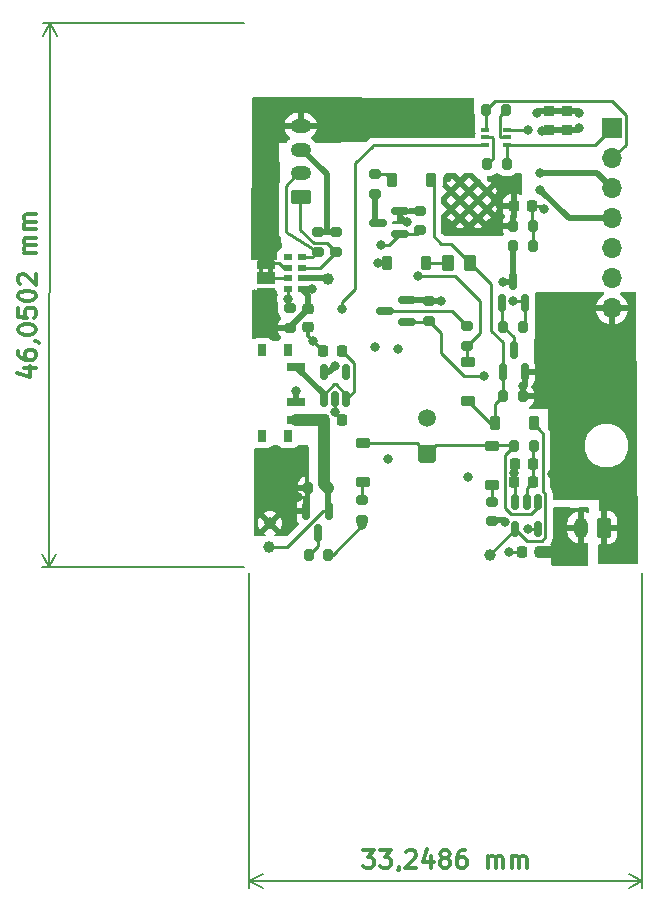
<source format=gbr>
%TF.GenerationSoftware,KiCad,Pcbnew,8.0.2-8.0.2-0~ubuntu22.04.1*%
%TF.CreationDate,2024-05-08T22:35:07+02:00*%
%TF.ProjectId,MailBox_LP_Notifier,4d61696c-426f-4785-9f4c-505f4e6f7469,rev?*%
%TF.SameCoordinates,Original*%
%TF.FileFunction,Copper,L1,Top*%
%TF.FilePolarity,Positive*%
%FSLAX46Y46*%
G04 Gerber Fmt 4.6, Leading zero omitted, Abs format (unit mm)*
G04 Created by KiCad (PCBNEW 8.0.2-8.0.2-0~ubuntu22.04.1) date 2024-05-08 22:35:07*
%MOMM*%
%LPD*%
G01*
G04 APERTURE LIST*
G04 Aperture macros list*
%AMRoundRect*
0 Rectangle with rounded corners*
0 $1 Rounding radius*
0 $2 $3 $4 $5 $6 $7 $8 $9 X,Y pos of 4 corners*
0 Add a 4 corners polygon primitive as box body*
4,1,4,$2,$3,$4,$5,$6,$7,$8,$9,$2,$3,0*
0 Add four circle primitives for the rounded corners*
1,1,$1+$1,$2,$3*
1,1,$1+$1,$4,$5*
1,1,$1+$1,$6,$7*
1,1,$1+$1,$8,$9*
0 Add four rect primitives between the rounded corners*
20,1,$1+$1,$2,$3,$4,$5,0*
20,1,$1+$1,$4,$5,$6,$7,0*
20,1,$1+$1,$6,$7,$8,$9,0*
20,1,$1+$1,$8,$9,$2,$3,0*%
%AMFreePoly0*
4,1,19,0.550000,-0.750000,0.000000,-0.750000,0.000000,-0.744911,-0.071157,-0.744911,-0.207708,-0.704816,-0.327430,-0.627875,-0.420627,-0.520320,-0.479746,-0.390866,-0.500000,-0.250000,-0.500000,0.250000,-0.479746,0.390866,-0.420627,0.520320,-0.327430,0.627875,-0.207708,0.704816,-0.071157,0.744911,0.000000,0.744911,0.000000,0.750000,0.550000,0.750000,0.550000,-0.750000,0.550000,-0.750000,
$1*%
%AMFreePoly1*
4,1,19,0.000000,0.744911,0.071157,0.744911,0.207708,0.704816,0.327430,0.627875,0.420627,0.520320,0.479746,0.390866,0.500000,0.250000,0.500000,-0.250000,0.479746,-0.390866,0.420627,-0.520320,0.327430,-0.627875,0.207708,-0.704816,0.071157,-0.744911,0.000000,-0.744911,0.000000,-0.750000,-0.550000,-0.750000,-0.550000,0.750000,0.000000,0.750000,0.000000,0.744911,0.000000,0.744911,
$1*%
G04 Aperture macros list end*
%ADD10C,0.300000*%
%TA.AperFunction,NonConductor*%
%ADD11C,0.300000*%
%TD*%
%TA.AperFunction,NonConductor*%
%ADD12C,0.200000*%
%TD*%
%TA.AperFunction,EtchedComponent*%
%ADD13C,0.000000*%
%TD*%
%TA.AperFunction,SMDPad,CuDef*%
%ADD14RoundRect,0.200000X-0.200000X-0.275000X0.200000X-0.275000X0.200000X0.275000X-0.200000X0.275000X0*%
%TD*%
%TA.AperFunction,SMDPad,CuDef*%
%ADD15RoundRect,0.200000X-0.275000X0.200000X-0.275000X-0.200000X0.275000X-0.200000X0.275000X0.200000X0*%
%TD*%
%TA.AperFunction,SMDPad,CuDef*%
%ADD16C,1.000000*%
%TD*%
%TA.AperFunction,SMDPad,CuDef*%
%ADD17RoundRect,0.100000X-0.225000X-0.100000X0.225000X-0.100000X0.225000X0.100000X-0.225000X0.100000X0*%
%TD*%
%TA.AperFunction,SMDPad,CuDef*%
%ADD18RoundRect,0.225000X0.225000X0.250000X-0.225000X0.250000X-0.225000X-0.250000X0.225000X-0.250000X0*%
%TD*%
%TA.AperFunction,SMDPad,CuDef*%
%ADD19RoundRect,0.225000X-0.250000X0.225000X-0.250000X-0.225000X0.250000X-0.225000X0.250000X0.225000X0*%
%TD*%
%TA.AperFunction,SMDPad,CuDef*%
%ADD20RoundRect,0.150000X-0.150000X0.587500X-0.150000X-0.587500X0.150000X-0.587500X0.150000X0.587500X0*%
%TD*%
%TA.AperFunction,SMDPad,CuDef*%
%ADD21RoundRect,0.200000X0.275000X-0.200000X0.275000X0.200000X-0.275000X0.200000X-0.275000X-0.200000X0*%
%TD*%
%TA.AperFunction,SMDPad,CuDef*%
%ADD22RoundRect,0.200000X0.200000X0.275000X-0.200000X0.275000X-0.200000X-0.275000X0.200000X-0.275000X0*%
%TD*%
%TA.AperFunction,SMDPad,CuDef*%
%ADD23R,0.800000X0.500000*%
%TD*%
%TA.AperFunction,SMDPad,CuDef*%
%ADD24RoundRect,0.150000X0.150000X-0.512500X0.150000X0.512500X-0.150000X0.512500X-0.150000X-0.512500X0*%
%TD*%
%TA.AperFunction,SMDPad,CuDef*%
%ADD25RoundRect,0.250000X-0.262500X-0.450000X0.262500X-0.450000X0.262500X0.450000X-0.262500X0.450000X0*%
%TD*%
%TA.AperFunction,SMDPad,CuDef*%
%ADD26RoundRect,0.225000X0.375000X-0.225000X0.375000X0.225000X-0.375000X0.225000X-0.375000X-0.225000X0*%
%TD*%
%TA.AperFunction,SMDPad,CuDef*%
%ADD27R,0.800000X1.000000*%
%TD*%
%TA.AperFunction,SMDPad,CuDef*%
%ADD28R,1.500000X0.700000*%
%TD*%
%TA.AperFunction,SMDPad,CuDef*%
%ADD29FreePoly0,270.000000*%
%TD*%
%TA.AperFunction,SMDPad,CuDef*%
%ADD30R,1.500000X1.000000*%
%TD*%
%TA.AperFunction,SMDPad,CuDef*%
%ADD31FreePoly1,270.000000*%
%TD*%
%TA.AperFunction,SMDPad,CuDef*%
%ADD32RoundRect,0.225000X0.225000X0.375000X-0.225000X0.375000X-0.225000X-0.375000X0.225000X-0.375000X0*%
%TD*%
%TA.AperFunction,SMDPad,CuDef*%
%ADD33RoundRect,0.150000X0.150000X-0.587500X0.150000X0.587500X-0.150000X0.587500X-0.150000X-0.587500X0*%
%TD*%
%TA.AperFunction,ComponentPad*%
%ADD34RoundRect,0.250001X0.499999X0.499999X-0.499999X0.499999X-0.499999X-0.499999X0.499999X-0.499999X0*%
%TD*%
%TA.AperFunction,ComponentPad*%
%ADD35C,1.500000*%
%TD*%
%TA.AperFunction,SMDPad,CuDef*%
%ADD36RoundRect,0.225000X0.250000X-0.225000X0.250000X0.225000X-0.250000X0.225000X-0.250000X-0.225000X0*%
%TD*%
%TA.AperFunction,SMDPad,CuDef*%
%ADD37RoundRect,0.225000X-0.225000X-0.250000X0.225000X-0.250000X0.225000X0.250000X-0.225000X0.250000X0*%
%TD*%
%TA.AperFunction,SMDPad,CuDef*%
%ADD38RoundRect,0.225000X-0.225000X-0.375000X0.225000X-0.375000X0.225000X0.375000X-0.225000X0.375000X0*%
%TD*%
%TA.AperFunction,ComponentPad*%
%ADD39R,1.700000X1.700000*%
%TD*%
%TA.AperFunction,ComponentPad*%
%ADD40O,1.700000X1.700000*%
%TD*%
%TA.AperFunction,SMDPad,CuDef*%
%ADD41RoundRect,0.150000X-0.150000X0.512500X-0.150000X-0.512500X0.150000X-0.512500X0.150000X0.512500X0*%
%TD*%
%TA.AperFunction,SMDPad,CuDef*%
%ADD42RoundRect,0.150000X0.587500X0.150000X-0.587500X0.150000X-0.587500X-0.150000X0.587500X-0.150000X0*%
%TD*%
%TA.AperFunction,ComponentPad*%
%ADD43RoundRect,0.250000X0.625000X-0.350000X0.625000X0.350000X-0.625000X0.350000X-0.625000X-0.350000X0*%
%TD*%
%TA.AperFunction,ComponentPad*%
%ADD44O,1.750000X1.200000*%
%TD*%
%TA.AperFunction,HeatsinkPad*%
%ADD45C,0.600000*%
%TD*%
%TA.AperFunction,ComponentPad*%
%ADD46RoundRect,0.250000X0.350000X0.625000X-0.350000X0.625000X-0.350000X-0.625000X0.350000X-0.625000X0*%
%TD*%
%TA.AperFunction,ComponentPad*%
%ADD47O,1.200000X1.750000*%
%TD*%
%TA.AperFunction,ViaPad*%
%ADD48C,0.800000*%
%TD*%
%TA.AperFunction,Conductor*%
%ADD49C,0.250000*%
%TD*%
%TA.AperFunction,Conductor*%
%ADD50C,0.500000*%
%TD*%
%TA.AperFunction,Conductor*%
%ADD51C,0.300000*%
%TD*%
%TA.AperFunction,Conductor*%
%ADD52C,1.000000*%
%TD*%
G04 APERTURE END LIST*
D10*
D11*
X127353301Y-125445128D02*
X128281873Y-125445128D01*
X128281873Y-125445128D02*
X127781873Y-126016557D01*
X127781873Y-126016557D02*
X127996158Y-126016557D01*
X127996158Y-126016557D02*
X128139016Y-126087985D01*
X128139016Y-126087985D02*
X128210444Y-126159414D01*
X128210444Y-126159414D02*
X128281873Y-126302271D01*
X128281873Y-126302271D02*
X128281873Y-126659414D01*
X128281873Y-126659414D02*
X128210444Y-126802271D01*
X128210444Y-126802271D02*
X128139016Y-126873700D01*
X128139016Y-126873700D02*
X127996158Y-126945128D01*
X127996158Y-126945128D02*
X127567587Y-126945128D01*
X127567587Y-126945128D02*
X127424730Y-126873700D01*
X127424730Y-126873700D02*
X127353301Y-126802271D01*
X128781872Y-125445128D02*
X129710444Y-125445128D01*
X129710444Y-125445128D02*
X129210444Y-126016557D01*
X129210444Y-126016557D02*
X129424729Y-126016557D01*
X129424729Y-126016557D02*
X129567587Y-126087985D01*
X129567587Y-126087985D02*
X129639015Y-126159414D01*
X129639015Y-126159414D02*
X129710444Y-126302271D01*
X129710444Y-126302271D02*
X129710444Y-126659414D01*
X129710444Y-126659414D02*
X129639015Y-126802271D01*
X129639015Y-126802271D02*
X129567587Y-126873700D01*
X129567587Y-126873700D02*
X129424729Y-126945128D01*
X129424729Y-126945128D02*
X128996158Y-126945128D01*
X128996158Y-126945128D02*
X128853301Y-126873700D01*
X128853301Y-126873700D02*
X128781872Y-126802271D01*
X130424729Y-126873700D02*
X130424729Y-126945128D01*
X130424729Y-126945128D02*
X130353300Y-127087985D01*
X130353300Y-127087985D02*
X130281872Y-127159414D01*
X130996158Y-125587985D02*
X131067586Y-125516557D01*
X131067586Y-125516557D02*
X131210444Y-125445128D01*
X131210444Y-125445128D02*
X131567586Y-125445128D01*
X131567586Y-125445128D02*
X131710444Y-125516557D01*
X131710444Y-125516557D02*
X131781872Y-125587985D01*
X131781872Y-125587985D02*
X131853301Y-125730842D01*
X131853301Y-125730842D02*
X131853301Y-125873700D01*
X131853301Y-125873700D02*
X131781872Y-126087985D01*
X131781872Y-126087985D02*
X130924729Y-126945128D01*
X130924729Y-126945128D02*
X131853301Y-126945128D01*
X133139015Y-125945128D02*
X133139015Y-126945128D01*
X132781872Y-125373700D02*
X132424729Y-126445128D01*
X132424729Y-126445128D02*
X133353300Y-126445128D01*
X134139014Y-126087985D02*
X133996157Y-126016557D01*
X133996157Y-126016557D02*
X133924728Y-125945128D01*
X133924728Y-125945128D02*
X133853300Y-125802271D01*
X133853300Y-125802271D02*
X133853300Y-125730842D01*
X133853300Y-125730842D02*
X133924728Y-125587985D01*
X133924728Y-125587985D02*
X133996157Y-125516557D01*
X133996157Y-125516557D02*
X134139014Y-125445128D01*
X134139014Y-125445128D02*
X134424728Y-125445128D01*
X134424728Y-125445128D02*
X134567586Y-125516557D01*
X134567586Y-125516557D02*
X134639014Y-125587985D01*
X134639014Y-125587985D02*
X134710443Y-125730842D01*
X134710443Y-125730842D02*
X134710443Y-125802271D01*
X134710443Y-125802271D02*
X134639014Y-125945128D01*
X134639014Y-125945128D02*
X134567586Y-126016557D01*
X134567586Y-126016557D02*
X134424728Y-126087985D01*
X134424728Y-126087985D02*
X134139014Y-126087985D01*
X134139014Y-126087985D02*
X133996157Y-126159414D01*
X133996157Y-126159414D02*
X133924728Y-126230842D01*
X133924728Y-126230842D02*
X133853300Y-126373700D01*
X133853300Y-126373700D02*
X133853300Y-126659414D01*
X133853300Y-126659414D02*
X133924728Y-126802271D01*
X133924728Y-126802271D02*
X133996157Y-126873700D01*
X133996157Y-126873700D02*
X134139014Y-126945128D01*
X134139014Y-126945128D02*
X134424728Y-126945128D01*
X134424728Y-126945128D02*
X134567586Y-126873700D01*
X134567586Y-126873700D02*
X134639014Y-126802271D01*
X134639014Y-126802271D02*
X134710443Y-126659414D01*
X134710443Y-126659414D02*
X134710443Y-126373700D01*
X134710443Y-126373700D02*
X134639014Y-126230842D01*
X134639014Y-126230842D02*
X134567586Y-126159414D01*
X134567586Y-126159414D02*
X134424728Y-126087985D01*
X135996157Y-125445128D02*
X135710442Y-125445128D01*
X135710442Y-125445128D02*
X135567585Y-125516557D01*
X135567585Y-125516557D02*
X135496157Y-125587985D01*
X135496157Y-125587985D02*
X135353299Y-125802271D01*
X135353299Y-125802271D02*
X135281871Y-126087985D01*
X135281871Y-126087985D02*
X135281871Y-126659414D01*
X135281871Y-126659414D02*
X135353299Y-126802271D01*
X135353299Y-126802271D02*
X135424728Y-126873700D01*
X135424728Y-126873700D02*
X135567585Y-126945128D01*
X135567585Y-126945128D02*
X135853299Y-126945128D01*
X135853299Y-126945128D02*
X135996157Y-126873700D01*
X135996157Y-126873700D02*
X136067585Y-126802271D01*
X136067585Y-126802271D02*
X136139014Y-126659414D01*
X136139014Y-126659414D02*
X136139014Y-126302271D01*
X136139014Y-126302271D02*
X136067585Y-126159414D01*
X136067585Y-126159414D02*
X135996157Y-126087985D01*
X135996157Y-126087985D02*
X135853299Y-126016557D01*
X135853299Y-126016557D02*
X135567585Y-126016557D01*
X135567585Y-126016557D02*
X135424728Y-126087985D01*
X135424728Y-126087985D02*
X135353299Y-126159414D01*
X135353299Y-126159414D02*
X135281871Y-126302271D01*
X137924727Y-126945128D02*
X137924727Y-125945128D01*
X137924727Y-126087985D02*
X137996156Y-126016557D01*
X137996156Y-126016557D02*
X138139013Y-125945128D01*
X138139013Y-125945128D02*
X138353299Y-125945128D01*
X138353299Y-125945128D02*
X138496156Y-126016557D01*
X138496156Y-126016557D02*
X138567585Y-126159414D01*
X138567585Y-126159414D02*
X138567585Y-126945128D01*
X138567585Y-126159414D02*
X138639013Y-126016557D01*
X138639013Y-126016557D02*
X138781870Y-125945128D01*
X138781870Y-125945128D02*
X138996156Y-125945128D01*
X138996156Y-125945128D02*
X139139013Y-126016557D01*
X139139013Y-126016557D02*
X139210442Y-126159414D01*
X139210442Y-126159414D02*
X139210442Y-126945128D01*
X139924727Y-126945128D02*
X139924727Y-125945128D01*
X139924727Y-126087985D02*
X139996156Y-126016557D01*
X139996156Y-126016557D02*
X140139013Y-125945128D01*
X140139013Y-125945128D02*
X140353299Y-125945128D01*
X140353299Y-125945128D02*
X140496156Y-126016557D01*
X140496156Y-126016557D02*
X140567585Y-126159414D01*
X140567585Y-126159414D02*
X140567585Y-126945128D01*
X140567585Y-126159414D02*
X140639013Y-126016557D01*
X140639013Y-126016557D02*
X140781870Y-125945128D01*
X140781870Y-125945128D02*
X140996156Y-125945128D01*
X140996156Y-125945128D02*
X141139013Y-126016557D01*
X141139013Y-126016557D02*
X141210442Y-126159414D01*
X141210442Y-126159414D02*
X141210442Y-126945128D01*
D12*
X117729000Y-101973000D02*
X117729000Y-128653220D01*
X150977600Y-101973000D02*
X150977600Y-128653220D01*
X117729000Y-128066800D02*
X150977600Y-128066800D01*
X117729000Y-128066800D02*
X150977600Y-128066800D01*
X117729000Y-128066800D02*
X118855504Y-127480379D01*
X117729000Y-128066800D02*
X118855504Y-128653221D01*
X150977600Y-128066800D02*
X149851096Y-128653221D01*
X150977600Y-128066800D02*
X149851096Y-127480379D01*
D10*
D11*
X98657472Y-84641120D02*
X99657471Y-84642223D01*
X98085650Y-84997632D02*
X99156684Y-85355957D01*
X99156684Y-85355957D02*
X99157708Y-84427386D01*
X98159048Y-83211998D02*
X98158733Y-83497712D01*
X98158733Y-83497712D02*
X98230004Y-83640648D01*
X98230004Y-83640648D02*
X98301354Y-83712155D01*
X98301354Y-83712155D02*
X98515482Y-83855249D01*
X98515482Y-83855249D02*
X98801117Y-83926993D01*
X98801117Y-83926993D02*
X99372545Y-83927623D01*
X99372545Y-83927623D02*
X99515481Y-83856352D01*
X99515481Y-83856352D02*
X99586988Y-83785002D01*
X99586988Y-83785002D02*
X99658575Y-83642224D01*
X99658575Y-83642224D02*
X99658890Y-83356510D01*
X99658890Y-83356510D02*
X99587619Y-83213574D01*
X99587619Y-83213574D02*
X99516269Y-83142067D01*
X99516269Y-83142067D02*
X99373491Y-83070481D01*
X99373491Y-83070481D02*
X99016348Y-83070087D01*
X99016348Y-83070087D02*
X98873412Y-83141358D01*
X98873412Y-83141358D02*
X98801905Y-83212707D01*
X98801905Y-83212707D02*
X98730319Y-83355486D01*
X98730319Y-83355486D02*
X98730004Y-83641200D01*
X98730004Y-83641200D02*
X98801275Y-83784136D01*
X98801275Y-83784136D02*
X98872624Y-83855643D01*
X98872624Y-83855643D02*
X99015403Y-83927229D01*
X99588564Y-82356432D02*
X99659993Y-82356511D01*
X99659993Y-82356511D02*
X99802771Y-82428097D01*
X99802771Y-82428097D02*
X99874121Y-82499604D01*
X98161018Y-81426285D02*
X98161176Y-81283428D01*
X98161176Y-81283428D02*
X98232762Y-81140650D01*
X98232762Y-81140650D02*
X98304269Y-81069300D01*
X98304269Y-81069300D02*
X98447205Y-80998029D01*
X98447205Y-80998029D02*
X98732998Y-80926916D01*
X98732998Y-80926916D02*
X99090141Y-80927310D01*
X99090141Y-80927310D02*
X99375776Y-80999053D01*
X99375776Y-80999053D02*
X99518554Y-81070640D01*
X99518554Y-81070640D02*
X99589904Y-81142147D01*
X99589904Y-81142147D02*
X99661175Y-81285083D01*
X99661175Y-81285083D02*
X99661017Y-81427940D01*
X99661017Y-81427940D02*
X99589431Y-81570718D01*
X99589431Y-81570718D02*
X99517924Y-81642068D01*
X99517924Y-81642068D02*
X99374988Y-81713339D01*
X99374988Y-81713339D02*
X99089195Y-81784452D01*
X99089195Y-81784452D02*
X98732052Y-81784058D01*
X98732052Y-81784058D02*
X98446417Y-81712314D01*
X98446417Y-81712314D02*
X98303639Y-81640728D01*
X98303639Y-81640728D02*
X98232289Y-81569221D01*
X98232289Y-81569221D02*
X98161018Y-81426285D01*
X98163067Y-79569144D02*
X98162279Y-80283429D01*
X98162279Y-80283429D02*
X98876485Y-80355646D01*
X98876485Y-80355646D02*
X98805136Y-80284138D01*
X98805136Y-80284138D02*
X98733865Y-80141202D01*
X98733865Y-80141202D02*
X98734259Y-79784060D01*
X98734259Y-79784060D02*
X98805845Y-79641282D01*
X98805845Y-79641282D02*
X98877352Y-79569932D01*
X98877352Y-79569932D02*
X99020288Y-79498661D01*
X99020288Y-79498661D02*
X99377431Y-79499055D01*
X99377431Y-79499055D02*
X99520209Y-79570641D01*
X99520209Y-79570641D02*
X99591559Y-79642148D01*
X99591559Y-79642148D02*
X99662830Y-79785084D01*
X99662830Y-79785084D02*
X99662436Y-80142227D01*
X99662436Y-80142227D02*
X99590849Y-80285005D01*
X99590849Y-80285005D02*
X99519342Y-80356355D01*
X98164170Y-78569145D02*
X98164328Y-78426288D01*
X98164328Y-78426288D02*
X98235914Y-78283510D01*
X98235914Y-78283510D02*
X98307421Y-78212160D01*
X98307421Y-78212160D02*
X98450357Y-78140889D01*
X98450357Y-78140889D02*
X98736150Y-78069776D01*
X98736150Y-78069776D02*
X99093292Y-78070170D01*
X99093292Y-78070170D02*
X99378928Y-78141913D01*
X99378928Y-78141913D02*
X99521706Y-78213499D01*
X99521706Y-78213499D02*
X99593056Y-78285007D01*
X99593056Y-78285007D02*
X99664327Y-78427943D01*
X99664327Y-78427943D02*
X99664169Y-78570800D01*
X99664169Y-78570800D02*
X99592583Y-78713578D01*
X99592583Y-78713578D02*
X99521076Y-78784928D01*
X99521076Y-78784928D02*
X99378140Y-78856198D01*
X99378140Y-78856198D02*
X99092347Y-78927312D01*
X99092347Y-78927312D02*
X98735204Y-78926918D01*
X98735204Y-78926918D02*
X98449569Y-78855174D01*
X98449569Y-78855174D02*
X98306791Y-78783588D01*
X98306791Y-78783588D02*
X98235441Y-78712081D01*
X98235441Y-78712081D02*
X98164170Y-78569145D01*
X98308209Y-77497875D02*
X98236859Y-77426368D01*
X98236859Y-77426368D02*
X98165588Y-77283432D01*
X98165588Y-77283432D02*
X98165982Y-76926289D01*
X98165982Y-76926289D02*
X98237568Y-76783511D01*
X98237568Y-76783511D02*
X98309076Y-76712161D01*
X98309076Y-76712161D02*
X98452012Y-76640890D01*
X98452012Y-76640890D02*
X98594869Y-76641048D01*
X98594869Y-76641048D02*
X98809075Y-76712713D01*
X98809075Y-76712713D02*
X99665272Y-77570801D01*
X99665272Y-77570801D02*
X99666297Y-76642230D01*
X99668266Y-74856517D02*
X98668267Y-74855414D01*
X98811124Y-74855572D02*
X98739774Y-74784064D01*
X98739774Y-74784064D02*
X98668503Y-74641128D01*
X98668503Y-74641128D02*
X98668740Y-74426843D01*
X98668740Y-74426843D02*
X98740326Y-74284065D01*
X98740326Y-74284065D02*
X98883262Y-74212794D01*
X98883262Y-74212794D02*
X99668976Y-74213660D01*
X98883262Y-74212794D02*
X98740484Y-74141207D01*
X98740484Y-74141207D02*
X98669213Y-73998272D01*
X98669213Y-73998272D02*
X98669449Y-73783986D01*
X98669449Y-73783986D02*
X98741035Y-73641208D01*
X98741035Y-73641208D02*
X98883971Y-73569937D01*
X98883971Y-73569937D02*
X99669685Y-73570804D01*
X99670473Y-72856518D02*
X98670473Y-72855415D01*
X98813330Y-72855573D02*
X98741981Y-72784065D01*
X98741981Y-72784065D02*
X98670710Y-72641130D01*
X98670710Y-72641130D02*
X98670946Y-72426844D01*
X98670946Y-72426844D02*
X98742532Y-72284066D01*
X98742532Y-72284066D02*
X98885468Y-72212795D01*
X98885468Y-72212795D02*
X99671182Y-72213662D01*
X98885468Y-72212795D02*
X98742690Y-72141209D01*
X98742690Y-72141209D02*
X98671419Y-71998273D01*
X98671419Y-71998273D02*
X98671655Y-71783987D01*
X98671655Y-71783987D02*
X98743241Y-71641209D01*
X98743241Y-71641209D02*
X98886177Y-71569938D01*
X98886177Y-71569938D02*
X99671891Y-71570805D01*
D12*
X117279800Y-55422248D02*
X100224978Y-55403434D01*
X117229000Y-101472448D02*
X100174178Y-101453634D01*
X100811398Y-55404081D02*
X100760598Y-101454281D01*
X100811398Y-55404081D02*
X100760598Y-101454281D01*
X100811398Y-55404081D02*
X101396576Y-56531231D01*
X100811398Y-55404081D02*
X100223735Y-56529937D01*
X100760598Y-101454281D02*
X100175420Y-100327131D01*
X100760598Y-101454281D02*
X101348261Y-100328425D01*
D13*
%TA.AperFunction,EtchedComponent*%
%TO.C,JP1*%
G36*
X118900600Y-76612800D02*
G01*
X118500600Y-76612800D01*
X118500600Y-76112800D01*
X118900600Y-76112800D01*
X118900600Y-76612800D01*
G37*
%TD.AperFunction*%
%TA.AperFunction,EtchedComponent*%
G36*
X119700600Y-76612800D02*
G01*
X119300600Y-76612800D01*
X119300600Y-76112800D01*
X119700600Y-76112800D01*
X119700600Y-76612800D01*
G37*
%TD.AperFunction*%
%TD*%
D14*
%TO.P,R17,1*%
%TO.N,RTS*%
X137757400Y-62788800D03*
%TO.P,R17,2*%
%TO.N,Net-(Q4B-B2)*%
X139407400Y-62788800D03*
%TD*%
D15*
%TO.P,R9,1*%
%TO.N,Net-(D4-A)*%
X128320800Y-68212200D03*
%TO.P,R9,2*%
%TO.N,Net-(Q3-D)*%
X128320800Y-69862200D03*
%TD*%
D16*
%TO.P,TP3,1,1*%
%TO.N,SW_REED*%
X138099800Y-100431600D03*
%TD*%
D17*
%TO.P,Q4,1,E1*%
%TO.N,RTS*%
X137673800Y-64446600D03*
%TO.P,Q4,2,B1*%
%TO.N,Net-(Q4A-B1)*%
X137673800Y-65096600D03*
%TO.P,Q4,3,C2*%
%TO.N,IO0*%
X137673800Y-65746600D03*
%TO.P,Q4,4,E2*%
%TO.N,DRT*%
X139573800Y-65746600D03*
%TO.P,Q4,5,B2*%
%TO.N,Net-(Q4B-B2)*%
X139573800Y-65096600D03*
%TO.P,Q4,6,C1*%
%TO.N,RST*%
X139573800Y-64446600D03*
%TD*%
D18*
%TO.P,C1,1*%
%TO.N,Net-(C1-Pad1)*%
X141719600Y-92760800D03*
%TO.P,C1,2*%
%TO.N,GND*%
X140169600Y-92760800D03*
%TD*%
D19*
%TO.P,C9,1*%
%TO.N,VDD*%
X122682000Y-79616000D03*
%TO.P,C9,2*%
%TO.N,GND*%
X122682000Y-81166000D03*
%TD*%
D14*
%TO.P,R19,1*%
%TO.N,GND*%
X140068800Y-72593200D03*
%TO.P,R19,2*%
%TO.N,V_SENSE*%
X141718800Y-72593200D03*
%TD*%
D16*
%TO.P,TP2,1,1*%
%TO.N,GND*%
X119456200Y-97739200D03*
%TD*%
D20*
%TO.P,Q1,1,G*%
%TO.N,+3.3V*%
X124444800Y-96725500D03*
%TO.P,Q1,2,S*%
%TO.N,GND*%
X122544800Y-96725500D03*
%TO.P,Q1,3,D*%
%TO.N,Net-(Q1-D)*%
X123494800Y-98600500D03*
%TD*%
D14*
%TO.P,R5,1*%
%TO.N,Net-(D1-A)*%
X140145000Y-91236800D03*
%TO.P,R5,2*%
%TO.N,Net-(C1-Pad1)*%
X141795000Y-91236800D03*
%TD*%
D21*
%TO.P,R20,1*%
%TO.N,SDA*%
X123494800Y-74789800D03*
%TO.P,R20,2*%
%TO.N,+3.3V*%
X123494800Y-73139800D03*
%TD*%
D16*
%TO.P,TP1,1,1*%
%TO.N,CLKOUT*%
X124409200Y-77089000D03*
%TD*%
D21*
%TO.P,R11,1*%
%TO.N,~{INT}*%
X132207000Y-72935600D03*
%TO.P,R11,2*%
%TO.N,VDD*%
X132207000Y-71285600D03*
%TD*%
D22*
%TO.P,R16,1*%
%TO.N,DRT*%
X139509000Y-67360800D03*
%TO.P,R16,2*%
%TO.N,Net-(Q4A-B1)*%
X137859000Y-67360800D03*
%TD*%
D23*
%TO.P,U4,1,NC*%
%TO.N,unconnected-(U4-NC-Pad1)*%
X120993200Y-75227200D03*
%TO.P,U4,2,Vss*%
%TO.N,GND*%
X120993200Y-76127200D03*
%TO.P,U4,3,CLKOE*%
%TO.N,Net-(JP1-C)*%
X120993200Y-77027200D03*
%TO.P,U4,4,~{INT}*%
%TO.N,~{INT}*%
X120993200Y-77927200D03*
%TO.P,U4,5,Vdd*%
%TO.N,VDD*%
X122193200Y-77927200D03*
%TO.P,U4,6,CLKOUT*%
%TO.N,CLKOUT*%
X122193200Y-77027200D03*
%TO.P,U4,7,SCL*%
%TO.N,SCL*%
X122193200Y-76127200D03*
%TO.P,U4,8,SDA*%
%TO.N,SDA*%
X122193200Y-75227200D03*
%TD*%
D24*
%TO.P,U2,1,VIN*%
%TO.N,Net-(SW2-A)*%
X124031000Y-87243500D03*
%TO.P,U2,2,GND*%
%TO.N,GND*%
X124981000Y-87243500D03*
%TO.P,U2,3,EN*%
%TO.N,Net-(SW2-A)*%
X125931000Y-87243500D03*
%TO.P,U2,4,NC*%
%TO.N,unconnected-(U2-NC-Pad4)*%
X125931000Y-84968500D03*
%TO.P,U2,5,VOUT*%
%TO.N,+3.3V*%
X124031000Y-84968500D03*
%TD*%
D25*
%TO.P,R13,1*%
%TO.N,Net-(D7-K)*%
X134571100Y-75717400D03*
%TO.P,R13,2*%
%TO.N,Net-(D4-K)*%
X136396100Y-75717400D03*
%TD*%
D26*
%TO.P,D1,1,K*%
%TO.N,Net-(D1-K)*%
X127304800Y-94284800D03*
%TO.P,D1,2,A*%
%TO.N,Net-(D1-A)*%
X127304800Y-90984800D03*
%TD*%
D21*
%TO.P,R21,1*%
%TO.N,SCL*%
X125044200Y-74789800D03*
%TO.P,R21,2*%
%TO.N,+3.3V*%
X125044200Y-73139800D03*
%TD*%
D27*
%TO.P,SW2,*%
%TO.N,*%
X121016000Y-83091000D03*
X118806000Y-83091000D03*
X121016000Y-90391000D03*
X118806000Y-90391000D03*
D28*
%TO.P,SW2,1,A*%
%TO.N,Net-(SW2-A)*%
X121666000Y-84491000D03*
%TO.P,SW2,2,B*%
%TO.N,VCC_SW*%
X121666000Y-87491000D03*
%TO.P,SW2,3,C*%
%TO.N,+3.3V*%
X121666000Y-88991000D03*
%TD*%
D29*
%TO.P,JP1,1,A*%
%TO.N,GND*%
X119100600Y-75712800D03*
D30*
%TO.P,JP1,2,C*%
%TO.N,Net-(JP1-C)*%
X119100600Y-77012800D03*
D31*
%TO.P,JP1,3,B*%
%TO.N,VDD*%
X119100600Y-78312800D03*
%TD*%
D21*
%TO.P,R4,1*%
%TO.N,GND*%
X138252200Y-97573600D03*
%TO.P,R4,2*%
%TO.N,Net-(D2-K)*%
X138252200Y-95923600D03*
%TD*%
D32*
%TO.P,D7,1,K*%
%TO.N,Net-(D7-K)*%
X132663200Y-75717400D03*
%TO.P,D7,2,A*%
%TO.N,MCU_HOLD*%
X129363200Y-75717400D03*
%TD*%
D18*
%TO.P,C4,1*%
%TO.N,Net-(SW2-A)*%
X125527400Y-83185000D03*
%TO.P,C4,2*%
%TO.N,GND*%
X123977400Y-83185000D03*
%TD*%
D33*
%TO.P,Q5,1,G*%
%TO.N,Net-(D4-K)*%
X139156400Y-84981500D03*
%TO.P,Q5,2,S*%
%TO.N,GND*%
X141056400Y-84981500D03*
%TO.P,Q5,3,D*%
%TO.N,Net-(Q5-D)*%
X140106400Y-83106500D03*
%TD*%
D26*
%TO.P,D5,1,K*%
%TO.N,Net-(D4-K)*%
X136220200Y-87425800D03*
%TO.P,D5,2,A*%
%TO.N,WU_BUT*%
X136220200Y-84125800D03*
%TD*%
D22*
%TO.P,R18,1*%
%TO.N,V_SENSE*%
X141718800Y-74295000D03*
%TO.P,R18,2*%
%TO.N,VCC_SW*%
X140068800Y-74295000D03*
%TD*%
D34*
%TO.P,SW1,1,1*%
%TO.N,Net-(D1-A)*%
X132765800Y-91871800D03*
D35*
%TO.P,SW1,2,2*%
%TO.N,VDD*%
X132765800Y-88871800D03*
%TD*%
D18*
%TO.P,C8,1*%
%TO.N,V_SENSE*%
X141668800Y-70891400D03*
%TO.P,C8,2*%
%TO.N,GND*%
X140118800Y-70891400D03*
%TD*%
%TO.P,C3,1*%
%TO.N,VDD*%
X142354600Y-100228400D03*
%TO.P,C3,2*%
%TO.N,GND*%
X140804600Y-100228400D03*
%TD*%
D36*
%TO.P,C6,1*%
%TO.N,+3.3V*%
X143125000Y-64425000D03*
%TO.P,C6,2*%
%TO.N,GND*%
X143125000Y-62875000D03*
%TD*%
D37*
%TO.P,C7,1*%
%TO.N,+3.3V*%
X124002800Y-89001600D03*
%TO.P,C7,2*%
%TO.N,GND*%
X125552800Y-89001600D03*
%TD*%
D21*
%TO.P,R7,1*%
%TO.N,Net-(Q2-G)*%
X132918200Y-80631800D03*
%TO.P,R7,2*%
%TO.N,VDD*%
X132918200Y-78981800D03*
%TD*%
D15*
%TO.P,R22,1*%
%TO.N,~{INT}*%
X121132600Y-79566000D03*
%TO.P,R22,2*%
%TO.N,VDD*%
X121132600Y-81216000D03*
%TD*%
D18*
%TO.P,C2,1*%
%TO.N,Net-(C1-Pad1)*%
X141706600Y-94259400D03*
%TO.P,C2,2*%
%TO.N,GND*%
X140156600Y-94259400D03*
%TD*%
D38*
%TO.P,D6,1,K*%
%TO.N,Net-(D4-K)*%
X138558000Y-89306400D03*
%TO.P,D6,2,A*%
%TO.N,SW_REED*%
X141858000Y-89306400D03*
%TD*%
D39*
%TO.P,J2,1,Pin_1*%
%TO.N,DRT*%
X148437200Y-64332800D03*
D40*
%TO.P,J2,2,Pin_2*%
%TO.N,RTS*%
X148437200Y-66872800D03*
%TO.P,J2,3,Pin_3*%
%TO.N,TX*%
X148437200Y-69412800D03*
%TO.P,J2,4,Pin_4*%
%TO.N,RX*%
X148437200Y-71952800D03*
%TO.P,J2,5,Pin_5*%
%TO.N,+3.3V*%
X148437200Y-74492800D03*
%TO.P,J2,6,Pin_6*%
%TO.N,unconnected-(J2-Pin_6-Pad6)*%
X148437200Y-77032800D03*
%TO.P,J2,7,Pin_7*%
%TO.N,GND*%
X148437200Y-79572800D03*
%TD*%
D14*
%TO.P,R3,1*%
%TO.N,Net-(Q1-D)*%
X122746000Y-100457000D03*
%TO.P,R3,2*%
%TO.N,C_REED*%
X124396000Y-100457000D03*
%TD*%
D16*
%TO.P,TP4,1,1*%
%TO.N,+3.3V*%
X119405400Y-99796600D03*
%TD*%
D21*
%TO.P,R2,1*%
%TO.N,C_REED*%
X127279400Y-97446600D03*
%TO.P,R2,2*%
%TO.N,Net-(D1-K)*%
X127279400Y-95796600D03*
%TD*%
D14*
%TO.P,R15,1*%
%TO.N,Net-(Q5-D)*%
X139230600Y-81150700D03*
%TO.P,R15,2*%
%TO.N,VDD*%
X140880600Y-81150700D03*
%TD*%
D21*
%TO.P,R10,1*%
%TO.N,WU_BUT*%
X136169400Y-82714600D03*
%TO.P,R10,2*%
%TO.N,Net-(Q2-D)*%
X136169400Y-81064600D03*
%TD*%
D41*
%TO.P,U1,1*%
%TO.N,Net-(D1-A)*%
X142148600Y-95966700D03*
%TO.P,U1,2*%
%TO.N,Net-(C1-Pad1)*%
X141198600Y-95966700D03*
%TO.P,U1,3,GND*%
%TO.N,GND*%
X140248600Y-95966700D03*
%TO.P,U1,4*%
%TO.N,SW_REED*%
X140248600Y-98241700D03*
%TO.P,U1,5,VCC*%
%TO.N,VDD*%
X142148600Y-98241700D03*
%TD*%
D32*
%TO.P,D4,1,K*%
%TO.N,Net-(D4-K)*%
X133120400Y-68707000D03*
%TO.P,D4,2,A*%
%TO.N,Net-(D4-A)*%
X129820400Y-68707000D03*
%TD*%
D42*
%TO.P,Q2,1,G*%
%TO.N,Net-(Q2-G)*%
X131036300Y-80731400D03*
%TO.P,Q2,2,S*%
%TO.N,VDD*%
X131036300Y-78831400D03*
%TO.P,Q2,3,D*%
%TO.N,Net-(Q2-D)*%
X129161300Y-79781400D03*
%TD*%
D36*
%TO.P,C5,1*%
%TO.N,+3.3V*%
X144625000Y-64427400D03*
%TO.P,C5,2*%
%TO.N,GND*%
X144625000Y-62877400D03*
%TD*%
D14*
%TO.P,R1,1*%
%TO.N,GND*%
X122720600Y-94792800D03*
%TO.P,R1,2*%
%TO.N,+3.3V*%
X124370600Y-94792800D03*
%TD*%
D26*
%TO.P,D2,1,K*%
%TO.N,Net-(D2-K)*%
X138226800Y-94512400D03*
%TO.P,D2,2,A*%
%TO.N,Net-(D1-A)*%
X138226800Y-91212400D03*
%TD*%
D33*
%TO.P,Q6,1,G*%
%TO.N,Net-(Q5-D)*%
X139131000Y-79141800D03*
%TO.P,Q6,2,S*%
%TO.N,VDD*%
X141031000Y-79141800D03*
%TO.P,Q6,3,D*%
%TO.N,VCC_SW*%
X140081000Y-77266800D03*
%TD*%
D42*
%TO.P,Q3,1,G*%
%TO.N,~{INT}*%
X130452100Y-73263800D03*
%TO.P,Q3,2,S*%
%TO.N,VDD*%
X130452100Y-71363800D03*
%TO.P,Q3,3,D*%
%TO.N,Net-(Q3-D)*%
X128577100Y-72313800D03*
%TD*%
D22*
%TO.P,R14,1*%
%TO.N,GND*%
X140880600Y-87020400D03*
%TO.P,R14,2*%
%TO.N,Net-(D4-K)*%
X139230600Y-87020400D03*
%TD*%
D43*
%TO.P,J3,1,Pin_1*%
%TO.N,SCL*%
X122058600Y-70132200D03*
D44*
%TO.P,J3,2,Pin_2*%
%TO.N,SDA*%
X122058600Y-68132200D03*
%TO.P,J3,3,Pin_3*%
%TO.N,+3.3V*%
X122058600Y-66132200D03*
%TO.P,J3,4,Pin_4*%
%TO.N,GND*%
X122058600Y-64132200D03*
%TD*%
D45*
%TO.P,U3,39,GND*%
%TO.N,GND*%
X137841000Y-71167900D03*
X137841000Y-69642900D03*
X137078500Y-71930400D03*
X137078500Y-70405400D03*
X137078500Y-68880400D03*
X136316000Y-71167900D03*
X136316000Y-69642900D03*
X135553500Y-71930400D03*
X135553500Y-70405400D03*
X135553500Y-68880400D03*
X134791000Y-71167900D03*
X134791000Y-69642900D03*
%TD*%
D46*
%TO.P,J1,1,Pin_1*%
%TO.N,GND*%
X147761200Y-98129000D03*
D47*
%TO.P,J1,2,Pin_2*%
%TO.N,VDD*%
X145761200Y-98129000D03*
%TD*%
D48*
%TO.N,GND*%
X142468600Y-81153000D03*
X129336800Y-63068200D03*
X129489200Y-92303600D03*
X121818400Y-95580200D03*
X123126500Y-82334100D03*
X149199600Y-99542600D03*
X142468600Y-80314800D03*
X124333000Y-63060400D03*
X124981000Y-88302800D03*
X139340102Y-97667300D03*
X139725400Y-100228400D03*
X142050000Y-63000000D03*
X143306800Y-93624400D03*
X140880600Y-86144600D03*
X145643600Y-63068200D03*
X136271000Y-93878400D03*
X119100600Y-74472800D03*
X125433000Y-63060400D03*
X147751800Y-100025200D03*
X140156600Y-93498000D03*
%TO.N,VDD*%
X141325600Y-98221800D03*
X140081000Y-78917800D03*
X133908800Y-78917800D03*
X144373600Y-99542600D03*
X119075200Y-79502000D03*
X145770600Y-99999800D03*
X123012200Y-77901800D03*
X131089400Y-72288400D03*
%TO.N,V_SENSE*%
X142671800Y-71120000D03*
%TO.N,+3.3V*%
X124942600Y-84480400D03*
X122819600Y-88991000D03*
X142461490Y-64524985D03*
X145618200Y-64312800D03*
X130288800Y-82969600D03*
%TO.N,~{INT}*%
X120993200Y-78752400D03*
X128854200Y-74193400D03*
%TO.N,MCU_HOLD*%
X128574800Y-75742800D03*
%TO.N,TX*%
X142319988Y-68119012D03*
%TO.N,RX*%
X142367000Y-69545200D03*
%TO.N,IO0*%
X125526800Y-79603600D03*
%TO.N,RST*%
X141351000Y-64439800D03*
X128346200Y-82829400D03*
%TO.N,VCC_SW*%
X121691400Y-86537800D03*
X139192000Y-77368400D03*
%TO.N,C_REED*%
X127279400Y-97942400D03*
%TO.N,WU_BUT*%
X131955079Y-76858487D03*
%TO.N,Net-(Q2-G)*%
X137617878Y-85298033D03*
%TD*%
D49*
%TO.N,IO0*%
X126670100Y-67290866D02*
X128175000Y-65785966D01*
X128175000Y-65775000D02*
X128175000Y-65785966D01*
X126670100Y-67290866D02*
X126670100Y-77950700D01*
X126670100Y-77950700D02*
X125603300Y-79017500D01*
X125603300Y-79017500D02*
X125603300Y-79627100D01*
X128187061Y-65774451D02*
X128191412Y-65770100D01*
X128191412Y-65770100D02*
X137750300Y-65770100D01*
%TO.N,Net-(C1-Pad1)*%
X141706600Y-91236800D02*
X141757400Y-91186000D01*
X141706600Y-92710000D02*
X141706600Y-91236800D01*
X141198600Y-95966700D02*
X141198600Y-94767400D01*
X141198600Y-94767400D02*
X141706600Y-94259400D01*
X141706600Y-94259400D02*
X141706600Y-92710000D01*
%TO.N,GND*%
X140118800Y-70891400D02*
X140118800Y-72543200D01*
X124981000Y-87243500D02*
X124981000Y-88302800D01*
X122720600Y-94792800D02*
X122720600Y-95669600D01*
X140068800Y-72593200D02*
X138760200Y-72593200D01*
D50*
X143125000Y-62875000D02*
X142175000Y-62875000D01*
D51*
X123126500Y-82334100D02*
X123977400Y-83185000D01*
D50*
X144500600Y-62877400D02*
X143127400Y-62877400D01*
D49*
X124981000Y-88429800D02*
X125552800Y-89001600D01*
X140880600Y-87020400D02*
X140880600Y-86144600D01*
X145452800Y-62877400D02*
X145643600Y-63068200D01*
X137411100Y-72263000D02*
X137078500Y-71930400D01*
D50*
X139170202Y-97497400D02*
X139340102Y-97667300D01*
D49*
X140156600Y-92710000D02*
X140156600Y-93498000D01*
X122631200Y-95580200D02*
X122720600Y-95669600D01*
X140880600Y-86144600D02*
X140880600Y-85157300D01*
X140248600Y-94351400D02*
X140156600Y-94259400D01*
D51*
X122682000Y-81889600D02*
X123126500Y-82334100D01*
D49*
X119100600Y-75712800D02*
X119100600Y-74472800D01*
X138760200Y-72593200D02*
X138430000Y-72263000D01*
X138430000Y-72263000D02*
X137411100Y-72263000D01*
X124981000Y-88302800D02*
X124981000Y-88429800D01*
X140156600Y-93498000D02*
X140156600Y-94259400D01*
D50*
X144500600Y-62877400D02*
X145452800Y-62877400D01*
D51*
X122682000Y-81166000D02*
X122682000Y-81889600D01*
D49*
X121615200Y-95580200D02*
X121818400Y-95580200D01*
X122720600Y-95669600D02*
X122720600Y-96549700D01*
D50*
X143127400Y-62877400D02*
X143125000Y-62875000D01*
D49*
X119456200Y-97739200D02*
X121615200Y-95580200D01*
X122720600Y-96549700D02*
X122544800Y-96725500D01*
X139725400Y-100228400D02*
X140804600Y-100228400D01*
X140880600Y-85157300D02*
X141056400Y-84981500D01*
X120993200Y-76127200D02*
X120678800Y-76127200D01*
X121818400Y-95580200D02*
X122631200Y-95580200D01*
X140118800Y-72543200D02*
X140068800Y-72593200D01*
X120678800Y-76127200D02*
X120264400Y-75712800D01*
D50*
X138252200Y-97497400D02*
X139170202Y-97497400D01*
D49*
X140248600Y-95966700D02*
X140248600Y-94351400D01*
D50*
X142175000Y-62875000D02*
X142050000Y-63000000D01*
D49*
X120264400Y-75712800D02*
X119100600Y-75712800D01*
D50*
%TO.N,VDD*%
X122682000Y-79616000D02*
X122682000Y-78416000D01*
X122193200Y-77927200D02*
X122986800Y-77927200D01*
D49*
X130452100Y-71651100D02*
X131089400Y-72288400D01*
X141325600Y-98221800D02*
X142128700Y-98221800D01*
D50*
X132918200Y-78841600D02*
X131186700Y-78841600D01*
D49*
X130530300Y-71285600D02*
X130452100Y-71363800D01*
D50*
X121132600Y-81216000D02*
X119966000Y-81216000D01*
D52*
X142354600Y-100228400D02*
X143687800Y-100228400D01*
D50*
X119966000Y-81216000D02*
X119075200Y-80325200D01*
D49*
X131186700Y-78981800D02*
X131036300Y-78831400D01*
X141031000Y-81000300D02*
X140880600Y-81150700D01*
D50*
X122986800Y-77927200D02*
X123012200Y-77901800D01*
X122682000Y-78416000D02*
X122193200Y-77927200D01*
D52*
X143687800Y-100228400D02*
X144373600Y-99542600D01*
D49*
X132207000Y-71285600D02*
X130530300Y-71285600D01*
X141031000Y-79141800D02*
X141031000Y-81000300D01*
D50*
X133908800Y-78917800D02*
X132982200Y-78917800D01*
X121132600Y-81165400D02*
X122682000Y-79616000D01*
D49*
X142128700Y-98221800D02*
X142148600Y-98241700D01*
X140081000Y-78917800D02*
X140807000Y-78917800D01*
D50*
X119075200Y-80325200D02*
X119075200Y-79502000D01*
D49*
X140807000Y-78917800D02*
X141031000Y-79141800D01*
D50*
X132982200Y-78917800D02*
X132918200Y-78981800D01*
D49*
X130452100Y-71363800D02*
X130452100Y-71651100D01*
%TO.N,Net-(SW2-A)*%
X124031000Y-86859928D02*
X124911928Y-85979000D01*
D50*
X124031000Y-86856000D02*
X121666000Y-84491000D01*
D49*
X125527400Y-83185000D02*
X126555520Y-84213120D01*
X124911928Y-85979000D02*
X125050072Y-85979000D01*
X124031000Y-87243500D02*
X124031000Y-86856000D01*
X125050072Y-85979000D02*
X125931000Y-86859928D01*
X125931000Y-86859928D02*
X125931000Y-87243500D01*
X126555520Y-84213120D02*
X126555520Y-86618980D01*
X124031000Y-87243500D02*
X124031000Y-86859928D01*
X126555520Y-86618980D02*
X125931000Y-87243500D01*
%TO.N,V_SENSE*%
X141668800Y-70891400D02*
X141668800Y-72543200D01*
X141668800Y-72543200D02*
X141718800Y-72593200D01*
X141718800Y-72593200D02*
X141718800Y-74295000D01*
X141668800Y-70891400D02*
X142443200Y-70891400D01*
X142443200Y-70891400D02*
X142671800Y-71120000D01*
D50*
%TO.N,+3.3V*%
X124256800Y-68186800D02*
X122047000Y-65977000D01*
X124031000Y-84968500D02*
X124454500Y-84968500D01*
X124454500Y-84968500D02*
X124942600Y-84480400D01*
X124256800Y-73075800D02*
X124256800Y-68186800D01*
D49*
X120882272Y-99796600D02*
X119405400Y-99796600D01*
D52*
X122819600Y-88991000D02*
X123992200Y-88991000D01*
D50*
X124320800Y-73139800D02*
X124256800Y-73075800D01*
X144500600Y-64427400D02*
X143127400Y-64427400D01*
X144500600Y-64427400D02*
X145503600Y-64427400D01*
X143125000Y-64425000D02*
X142561475Y-64425000D01*
D52*
X123992200Y-88991000D02*
X124002800Y-89001600D01*
D50*
X143127400Y-64427400D02*
X143125000Y-64425000D01*
D52*
X124002800Y-89001600D02*
X124002800Y-94425000D01*
X124002800Y-94425000D02*
X124370600Y-94792800D01*
D50*
X124320800Y-73139800D02*
X123494800Y-73139800D01*
D49*
X124444800Y-96725500D02*
X123953372Y-96725500D01*
X124370600Y-96651300D02*
X124444800Y-96725500D01*
D52*
X121666000Y-88991000D02*
X122819600Y-88991000D01*
D50*
X124370600Y-94792800D02*
X124370600Y-96651300D01*
D49*
X123953372Y-96725500D02*
X120882272Y-99796600D01*
D50*
X142561475Y-64425000D02*
X142461490Y-64524985D01*
D49*
X145503600Y-64427400D02*
X145618200Y-64312800D01*
D50*
X125044200Y-73139800D02*
X124320800Y-73139800D01*
D49*
%TO.N,Net-(D1-K)*%
X127279400Y-95796600D02*
X127279400Y-94310200D01*
X127279400Y-94310200D02*
X127304800Y-94284800D01*
%TO.N,Net-(D1-A)*%
X140130960Y-91236800D02*
X140145000Y-91236800D01*
X139382080Y-96506880D02*
X139382080Y-91985680D01*
X132765800Y-91871800D02*
X133501400Y-91136200D01*
X127304800Y-90984800D02*
X131878800Y-90984800D01*
X142148600Y-96408200D02*
X142148600Y-95966700D01*
X139852400Y-96977200D02*
X139382080Y-96506880D01*
X131878800Y-90984800D02*
X132765800Y-91871800D01*
X133501400Y-91136200D02*
X140057600Y-91136200D01*
X139382080Y-91985680D02*
X140130960Y-91236800D01*
X140057600Y-91136200D02*
X140107400Y-91186000D01*
X141579600Y-96977200D02*
X142148600Y-96408200D01*
X139852400Y-96977200D02*
X141579600Y-96977200D01*
%TO.N,Net-(D2-K)*%
X138226800Y-95898200D02*
X138252200Y-95923600D01*
X138226800Y-94512400D02*
X138226800Y-95898200D01*
%TO.N,~{INT}*%
X128854200Y-74193400D02*
X129522500Y-74193400D01*
X131878800Y-73263800D02*
X132207000Y-72935600D01*
X129522500Y-74193400D02*
X130452100Y-73263800D01*
X120993200Y-77927200D02*
X120993200Y-79426600D01*
X130452100Y-73263800D02*
X131878800Y-73263800D01*
%TO.N,SW_REED*%
X142582289Y-95066817D02*
X142773120Y-95257648D01*
X141858000Y-89306400D02*
X142570200Y-90246200D01*
X141235620Y-99228720D02*
X140248600Y-98241700D01*
X140248600Y-98282800D02*
X138099800Y-100431600D01*
X142495152Y-99228720D02*
X141235620Y-99228720D01*
X142773120Y-95257648D02*
X142773120Y-98950752D01*
X142773120Y-98950752D02*
X142495152Y-99228720D01*
X142570200Y-90246200D02*
X142582289Y-95066817D01*
%TO.N,Net-(D4-K)*%
X136479980Y-75633520D02*
X136396100Y-75717400D01*
X136396100Y-75717400D02*
X138210941Y-77532241D01*
X139166600Y-84971300D02*
X139156400Y-84981500D01*
X134770500Y-74091800D02*
X133985000Y-74091800D01*
X139230600Y-85055700D02*
X139156400Y-84981500D01*
X138558000Y-89306400D02*
X138100800Y-89306400D01*
X139166600Y-82397600D02*
X139166600Y-84971300D01*
X138558000Y-89306400D02*
X138558000Y-87693000D01*
X139230600Y-87020400D02*
X139230600Y-85055700D01*
X138558000Y-87693000D02*
X139230600Y-87020400D01*
X136396100Y-75717400D02*
X134770500Y-74091800D01*
X133985000Y-74091800D02*
X133350000Y-73456800D01*
X133350000Y-73456800D02*
X133350000Y-68936600D01*
X133350000Y-68936600D02*
X133120400Y-68707000D01*
X138100800Y-89306400D02*
X136220200Y-87425800D01*
X138210941Y-81441941D02*
X139166600Y-82397600D01*
X138210941Y-77532241D02*
X138210941Y-81441941D01*
D50*
%TO.N,MCU_HOLD*%
X128600200Y-75717400D02*
X128574800Y-75742800D01*
X129363200Y-75717400D02*
X128600200Y-75717400D01*
X129363200Y-75717400D02*
X128837398Y-75717400D01*
X128837398Y-75717400D02*
X128820399Y-75734399D01*
D49*
%TO.N,DRT*%
X139573800Y-65746600D02*
X147023400Y-65746600D01*
X139509000Y-67360800D02*
X139509000Y-65811400D01*
X147023400Y-65746600D02*
X148437200Y-64332800D01*
X139509000Y-65811400D02*
X139573800Y-65746600D01*
%TO.N,RTS*%
X149611711Y-63158289D02*
X149611711Y-65698289D01*
X137757400Y-62788800D02*
X138556920Y-61989280D01*
X137757400Y-62788800D02*
X137757400Y-64363000D01*
X138556920Y-61989280D02*
X148442702Y-61989280D01*
X148442702Y-61989280D02*
X149611711Y-63158289D01*
X149611711Y-65698289D02*
X148437200Y-66872800D01*
X137757400Y-64363000D02*
X137673800Y-64446600D01*
D50*
%TO.N,TX*%
X142319988Y-68119012D02*
X147143412Y-68119012D01*
X147143412Y-68119012D02*
X148437200Y-69412800D01*
%TO.N,RX*%
X144774600Y-71952800D02*
X148437200Y-71952800D01*
X142367000Y-69545200D02*
X144774600Y-71952800D01*
D49*
%TO.N,Net-(D4-A)*%
X129325600Y-68212200D02*
X129820400Y-68707000D01*
X128320800Y-68212200D02*
X129325600Y-68212200D01*
%TO.N,SCL*%
X123706800Y-76127200D02*
X125044200Y-74789800D01*
X122193200Y-76127200D02*
X123706800Y-76127200D01*
X125044200Y-74789800D02*
X124316363Y-74061963D01*
X124316363Y-74061963D02*
X123200180Y-74061963D01*
X123200180Y-74061963D02*
X122047000Y-72908783D01*
X122047000Y-72908783D02*
X122047000Y-69977000D01*
%TO.N,SDA*%
X120847480Y-69176520D02*
X122047000Y-67977000D01*
X123057400Y-75227200D02*
X123494800Y-74789800D01*
X120827800Y-73101200D02*
X120847480Y-69176520D01*
X122193200Y-75227200D02*
X123057400Y-75227200D01*
X123494800Y-74789800D02*
X120827800Y-73101200D01*
%TO.N,Net-(D7-K)*%
X132663200Y-75717400D02*
X134571100Y-75717400D01*
%TO.N,RST*%
X141351000Y-64439800D02*
X139580600Y-64439800D01*
X139580600Y-64439800D02*
X139573800Y-64446600D01*
D50*
%TO.N,VCC_SW*%
X139192000Y-77368400D02*
X139979400Y-77368400D01*
X140068800Y-77254600D02*
X140081000Y-77266800D01*
X139979400Y-77368400D02*
X140081000Y-77266800D01*
X121666000Y-86563200D02*
X121691400Y-86537800D01*
X121666000Y-87491000D02*
X121666000Y-86563200D01*
X140068800Y-74295000D02*
X140068800Y-77254600D01*
D49*
%TO.N,C_REED*%
X124396000Y-100457000D02*
X124764800Y-100457000D01*
X124764800Y-100457000D02*
X127279400Y-97942400D01*
X127279400Y-97942400D02*
X127279400Y-97446600D01*
%TO.N,Net-(JP1-C)*%
X119115000Y-77027200D02*
X119100600Y-77012800D01*
X120993200Y-77027200D02*
X119115000Y-77027200D01*
%TO.N,Net-(Q1-D)*%
X123494800Y-99708200D02*
X122746000Y-100457000D01*
X123494800Y-98600500D02*
X123494800Y-99708200D01*
D50*
%TO.N,CLKOUT*%
X122193200Y-77027200D02*
X124347400Y-77027200D01*
X124347400Y-77027200D02*
X124409200Y-77089000D01*
D49*
%TO.N,WU_BUT*%
X137261600Y-78970760D02*
X135149327Y-76858487D01*
X137261600Y-81622400D02*
X137261600Y-78970760D01*
X136156200Y-82816200D02*
X136156200Y-84061800D01*
X136169400Y-82714600D02*
X137261600Y-81622400D01*
X135149327Y-76858487D02*
X131955079Y-76858487D01*
X136156200Y-84061800D02*
X136220200Y-84125800D01*
%TO.N,Net-(Q2-G)*%
X133920920Y-81634520D02*
X133920920Y-83349520D01*
X132918200Y-80631800D02*
X133920920Y-81634520D01*
X135869433Y-85298033D02*
X137617878Y-85298033D01*
X132818600Y-80731400D02*
X132918200Y-80631800D01*
X131036300Y-80731400D02*
X132818600Y-80731400D01*
X133920920Y-83349520D02*
X135737600Y-85166200D01*
X135737600Y-85166200D02*
X135869433Y-85298033D01*
%TO.N,Net-(Q2-D)*%
X134886200Y-79781400D02*
X136169400Y-81064600D01*
X129161300Y-79781400D02*
X134886200Y-79781400D01*
D50*
%TO.N,Net-(Q3-D)*%
X128320800Y-69862200D02*
X128320800Y-72057500D01*
D49*
X128320800Y-72057500D02*
X128577100Y-72313800D01*
%TO.N,Net-(Q4A-B1)*%
X138323311Y-66896489D02*
X137859000Y-67360800D01*
X137673800Y-65096600D02*
X138248800Y-65096600D01*
X138248800Y-65096600D02*
X138323311Y-65171111D01*
X138323311Y-65171111D02*
X138323311Y-66896489D01*
%TO.N,Net-(Q4B-B2)*%
X138924289Y-65022089D02*
X138924289Y-63271911D01*
X138998800Y-65096600D02*
X138924289Y-65022089D01*
X138924289Y-63271911D02*
X139407400Y-62788800D01*
X139573800Y-65096600D02*
X138998800Y-65096600D01*
%TO.N,Net-(Q5-D)*%
X139131000Y-79141800D02*
X139131000Y-81051100D01*
X140106400Y-83106500D02*
X140106400Y-82026500D01*
X139131000Y-81051100D02*
X139230600Y-81150700D01*
X140106400Y-82026500D02*
X139230600Y-81150700D01*
%TD*%
%TA.AperFunction,Conductor*%
%TO.N,GND*%
G36*
X136583796Y-61721677D02*
G01*
X136651859Y-61741864D01*
X136698207Y-61795645D01*
X136709266Y-61840830D01*
X136841903Y-64278019D01*
X136841011Y-64301313D01*
X136840300Y-64306710D01*
X136840300Y-64586483D01*
X136840301Y-64586492D01*
X136855962Y-64705451D01*
X136858320Y-64711143D01*
X136867725Y-64752516D01*
X136868902Y-64774151D01*
X136859500Y-64829205D01*
X136855963Y-64837745D01*
X136855962Y-64837748D01*
X136840300Y-64956713D01*
X136840300Y-65010600D01*
X136820298Y-65078721D01*
X136766642Y-65125214D01*
X136714300Y-65136600D01*
X128129012Y-65136600D01*
X128006628Y-65160944D01*
X128000713Y-65162739D01*
X128000594Y-65162348D01*
X127996040Y-65163729D01*
X127996137Y-65164048D01*
X127990218Y-65165843D01*
X127874925Y-65213600D01*
X127771171Y-65282926D01*
X127771169Y-65282927D01*
X127682930Y-65371165D01*
X127682928Y-65371167D01*
X127667738Y-65393900D01*
X127652071Y-65412989D01*
X127583641Y-65481418D01*
X127521328Y-65515443D01*
X127495383Y-65518319D01*
X123342853Y-65545906D01*
X123274601Y-65526357D01*
X123240080Y-65493970D01*
X123235561Y-65487750D01*
X123179117Y-65410061D01*
X123179114Y-65410058D01*
X123179112Y-65410055D01*
X123055741Y-65286684D01*
X122982988Y-65233826D01*
X122939634Y-65177603D01*
X122933559Y-65106867D01*
X122966691Y-65044075D01*
X122982989Y-65029953D01*
X123055418Y-64977330D01*
X123178730Y-64854018D01*
X123178732Y-64854015D01*
X123281243Y-64712921D01*
X123360422Y-64557525D01*
X123360425Y-64557519D01*
X123414314Y-64391665D01*
X123415180Y-64386200D01*
X122334930Y-64386200D01*
X122358675Y-64362455D01*
X122408044Y-64276945D01*
X122433600Y-64181570D01*
X122433600Y-64082830D01*
X122408044Y-63987455D01*
X122358675Y-63901945D01*
X122334930Y-63878200D01*
X123415180Y-63878200D01*
X123414314Y-63872734D01*
X123360425Y-63706880D01*
X123360422Y-63706874D01*
X123281243Y-63551478D01*
X123178732Y-63410384D01*
X123178730Y-63410381D01*
X123055418Y-63287069D01*
X123055415Y-63287067D01*
X122914321Y-63184556D01*
X122758925Y-63105377D01*
X122758919Y-63105374D01*
X122593060Y-63051484D01*
X122593064Y-63051484D01*
X122420798Y-63024200D01*
X122312600Y-63024200D01*
X122312600Y-63855870D01*
X122288855Y-63832125D01*
X122203345Y-63782756D01*
X122107970Y-63757200D01*
X122009230Y-63757200D01*
X121913855Y-63782756D01*
X121828345Y-63832125D01*
X121804600Y-63855870D01*
X121804600Y-63024200D01*
X121696402Y-63024200D01*
X121524137Y-63051484D01*
X121358280Y-63105374D01*
X121358274Y-63105377D01*
X121202878Y-63184556D01*
X121061784Y-63287067D01*
X121061781Y-63287069D01*
X120938469Y-63410381D01*
X120938467Y-63410384D01*
X120835956Y-63551478D01*
X120756777Y-63706874D01*
X120756774Y-63706880D01*
X120702885Y-63872734D01*
X120702020Y-63878200D01*
X121782270Y-63878200D01*
X121758525Y-63901945D01*
X121709156Y-63987455D01*
X121683600Y-64082830D01*
X121683600Y-64181570D01*
X121709156Y-64276945D01*
X121758525Y-64362455D01*
X121782270Y-64386200D01*
X120702020Y-64386200D01*
X120702885Y-64391665D01*
X120756774Y-64557519D01*
X120756777Y-64557525D01*
X120835956Y-64712921D01*
X120938467Y-64854015D01*
X120938469Y-64854018D01*
X121061781Y-64977330D01*
X121061784Y-64977332D01*
X121134211Y-65029954D01*
X121177565Y-65086176D01*
X121183640Y-65156912D01*
X121150509Y-65219704D01*
X121134212Y-65233825D01*
X121061461Y-65286682D01*
X121061455Y-65286687D01*
X120938088Y-65410054D01*
X120864668Y-65511108D01*
X120808445Y-65554461D01*
X120763569Y-65563043D01*
X120256848Y-65566409D01*
X120325903Y-68775593D01*
X120307371Y-68844129D01*
X120304347Y-68848827D01*
X120287541Y-68873708D01*
X120286974Y-68874771D01*
X120286658Y-68875358D01*
X120286113Y-68876364D01*
X120262978Y-68932215D01*
X120262736Y-68932794D01*
X120239230Y-68988748D01*
X120238893Y-68989861D01*
X120238710Y-68990460D01*
X120238341Y-68991654D01*
X120226495Y-69051205D01*
X120226370Y-69051822D01*
X120214283Y-69111033D01*
X120214161Y-69112281D01*
X120214092Y-69112961D01*
X120213980Y-69114041D01*
X120213980Y-69174731D01*
X120213978Y-69175363D01*
X120194625Y-73034567D01*
X120193397Y-73048433D01*
X120192957Y-73054416D01*
X120194214Y-73105539D01*
X120194250Y-73109264D01*
X120193994Y-73160415D01*
X120194542Y-73166277D01*
X120195300Y-73173272D01*
X120196027Y-73179164D01*
X120207239Y-73229079D01*
X120207988Y-73232662D01*
X120217726Y-73282928D01*
X120217727Y-73282931D01*
X120217729Y-73282940D01*
X120219407Y-73288575D01*
X120221504Y-73295252D01*
X120223379Y-73300927D01*
X120244096Y-73347654D01*
X120245558Y-73351087D01*
X120264902Y-73398456D01*
X120264905Y-73398460D01*
X120267665Y-73403688D01*
X120271045Y-73409863D01*
X120273954Y-73414998D01*
X120273955Y-73415000D01*
X120303416Y-73456826D01*
X120305493Y-73459870D01*
X120333712Y-73502564D01*
X120337483Y-73507206D01*
X120341914Y-73512499D01*
X120345811Y-73517016D01*
X120382874Y-73552297D01*
X120385497Y-73554869D01*
X120394361Y-73563822D01*
X120428069Y-73626306D01*
X120430785Y-73649753D01*
X120446904Y-74398841D01*
X120428372Y-74467377D01*
X120375729Y-74515013D01*
X120364970Y-74519606D01*
X120346997Y-74526310D01*
X120229938Y-74613938D01*
X120142312Y-74730992D01*
X120142310Y-74730997D01*
X120091211Y-74867995D01*
X120091209Y-74868003D01*
X120084700Y-74928550D01*
X120084700Y-75374000D01*
X120064698Y-75442121D01*
X120011042Y-75488614D01*
X119958700Y-75500000D01*
X117977026Y-75500000D01*
X117908905Y-75479998D01*
X117862412Y-75426342D01*
X117851030Y-75372978D01*
X117866158Y-73507206D01*
X117932568Y-65316742D01*
X117932212Y-61797551D01*
X117952207Y-61729431D01*
X118005858Y-61682933D01*
X118058548Y-61671541D01*
X136583796Y-61721677D01*
G37*
%TD.AperFunction*%
%TD*%
%TA.AperFunction,Conductor*%
%TO.N,GND*%
G36*
X120102626Y-91135747D02*
G01*
X120169554Y-91155795D01*
X120201214Y-91185432D01*
X120252739Y-91254261D01*
X120369796Y-91341889D01*
X120506799Y-91392989D01*
X120534050Y-91395918D01*
X120567345Y-91399499D01*
X120567362Y-91399500D01*
X121464638Y-91399500D01*
X121464654Y-91399499D01*
X121491692Y-91396591D01*
X121525201Y-91392989D01*
X121662204Y-91341889D01*
X121779261Y-91254261D01*
X121823376Y-91195330D01*
X121879308Y-91153459D01*
X121923311Y-91145642D01*
X122604600Y-91149345D01*
X122671529Y-91169393D01*
X122716997Y-91222445D01*
X122727888Y-91270368D01*
X122787994Y-93774799D01*
X122787995Y-93774800D01*
X122836859Y-95810800D01*
X122794800Y-95810800D01*
X122794800Y-96851500D01*
X122775115Y-96918539D01*
X122722311Y-96964294D01*
X122670800Y-96975500D01*
X121744800Y-96975500D01*
X121744800Y-97378649D01*
X121747699Y-97415489D01*
X121747700Y-97415495D01*
X121793516Y-97573193D01*
X121793517Y-97573196D01*
X121877114Y-97714552D01*
X121877121Y-97714561D01*
X121885082Y-97722522D01*
X121918567Y-97783845D01*
X121913583Y-97853537D01*
X121885082Y-97897884D01*
X120944287Y-98838681D01*
X120882964Y-98872166D01*
X120856606Y-98875000D01*
X119947659Y-98875000D01*
X119880620Y-98855315D01*
X119834865Y-98802511D01*
X119824921Y-98733353D01*
X119853946Y-98669797D01*
X119889205Y-98641642D01*
X119964723Y-98601276D01*
X119964723Y-98601275D01*
X119456201Y-98092753D01*
X119456200Y-98092753D01*
X118947676Y-98601276D01*
X119020396Y-98640146D01*
X119070240Y-98689109D01*
X119085700Y-98757246D01*
X119061868Y-98822926D01*
X119020409Y-98858855D01*
X119017611Y-98860351D01*
X118959144Y-98875000D01*
X118249000Y-98875000D01*
X118181961Y-98855315D01*
X118136206Y-98802511D01*
X118125000Y-98751000D01*
X118125000Y-97739200D01*
X118451361Y-97739200D01*
X118470668Y-97935232D01*
X118527851Y-98123737D01*
X118594123Y-98247722D01*
X119102647Y-97739200D01*
X119102646Y-97739199D01*
X119809753Y-97739199D01*
X119809753Y-97739200D01*
X120318275Y-98247723D01*
X120318276Y-98247723D01*
X120384548Y-98123737D01*
X120441731Y-97935232D01*
X120461038Y-97739200D01*
X120441731Y-97543167D01*
X120384548Y-97354662D01*
X120318275Y-97230676D01*
X119809753Y-97739199D01*
X119102646Y-97739199D01*
X118594123Y-97230676D01*
X118527849Y-97354666D01*
X118470668Y-97543167D01*
X118451361Y-97739200D01*
X118125000Y-97739200D01*
X118125000Y-96877123D01*
X118947676Y-96877123D01*
X119456200Y-97385647D01*
X119456201Y-97385647D01*
X119964722Y-96877123D01*
X119840737Y-96810851D01*
X119652230Y-96753668D01*
X119652234Y-96753668D01*
X119456200Y-96734361D01*
X119260167Y-96753668D01*
X119071666Y-96810849D01*
X118947676Y-96877123D01*
X118125000Y-96877123D01*
X118125000Y-96072350D01*
X121744800Y-96072350D01*
X121744800Y-96475500D01*
X122294800Y-96475500D01*
X122294800Y-95569000D01*
X122314485Y-95501961D01*
X122367289Y-95456206D01*
X122418800Y-95445000D01*
X122470600Y-95445000D01*
X122470600Y-95042800D01*
X121820601Y-95042800D01*
X121820601Y-95124382D01*
X121827008Y-95194902D01*
X121827009Y-95194907D01*
X121877581Y-95357196D01*
X121969406Y-95509093D01*
X121966803Y-95510666D01*
X121987486Y-95562677D01*
X121974103Y-95631253D01*
X121951702Y-95661858D01*
X121877118Y-95736442D01*
X121877114Y-95736447D01*
X121793517Y-95877803D01*
X121793516Y-95877806D01*
X121747700Y-96035504D01*
X121747699Y-96035510D01*
X121744800Y-96072350D01*
X118125000Y-96072350D01*
X118125000Y-94461227D01*
X121820600Y-94461227D01*
X121820600Y-94542800D01*
X122470600Y-94542800D01*
X122470600Y-93817800D01*
X122470599Y-93817799D01*
X122464036Y-93817800D01*
X122464017Y-93817801D01*
X122393497Y-93824208D01*
X122393492Y-93824209D01*
X122231203Y-93874781D01*
X122085722Y-93962727D01*
X121965527Y-94082922D01*
X121877580Y-94228404D01*
X121827009Y-94390693D01*
X121820600Y-94461227D01*
X118125000Y-94461227D01*
X118125000Y-91507505D01*
X118144685Y-91440466D01*
X118197489Y-91394711D01*
X118266647Y-91384767D01*
X118292339Y-91391325D01*
X118296796Y-91392988D01*
X118296799Y-91392989D01*
X118357345Y-91399499D01*
X118357362Y-91399500D01*
X119254638Y-91399500D01*
X119254654Y-91399499D01*
X119281692Y-91396591D01*
X119315201Y-91392989D01*
X119452204Y-91341889D01*
X119569261Y-91254261D01*
X119622333Y-91183364D01*
X119678263Y-91141497D01*
X119722266Y-91133680D01*
X120102626Y-91135747D01*
G37*
%TD.AperFunction*%
%TD*%
%TA.AperFunction,Conductor*%
%TO.N,VDD*%
G36*
X118117326Y-77968511D02*
G01*
X118241399Y-78014789D01*
X118268067Y-78017656D01*
X118301945Y-78021299D01*
X118301962Y-78021300D01*
X119899238Y-78021300D01*
X119899249Y-78021299D01*
X119909333Y-78020214D01*
X119947444Y-78016117D01*
X120016202Y-78028521D01*
X120067340Y-78076130D01*
X120084700Y-78139406D01*
X120084700Y-78225854D01*
X120091210Y-78286401D01*
X120128551Y-78386512D01*
X120133535Y-78456203D01*
X120130300Y-78468163D01*
X120099660Y-78562465D01*
X120099658Y-78562470D01*
X120099658Y-78562472D01*
X120079696Y-78752400D01*
X120099658Y-78942328D01*
X120099659Y-78942331D01*
X120160681Y-79130136D01*
X120159525Y-79130511D01*
X120167914Y-79193129D01*
X120163739Y-79211186D01*
X120155588Y-79237346D01*
X120155587Y-79237350D01*
X120149100Y-79308737D01*
X120149100Y-79823272D01*
X120155585Y-79894645D01*
X120155588Y-79894655D01*
X120206771Y-80058909D01*
X120206772Y-80058911D01*
X120206773Y-80058913D01*
X120295784Y-80206155D01*
X120398959Y-80309330D01*
X120432443Y-80370651D01*
X120427459Y-80440343D01*
X120398959Y-80484691D01*
X120302526Y-80581124D01*
X120214580Y-80726604D01*
X120164009Y-80888893D01*
X120157600Y-80959427D01*
X120157600Y-80966000D01*
X120650000Y-80966000D01*
X120650000Y-81466000D01*
X120157601Y-81466000D01*
X120157601Y-81472582D01*
X120164008Y-81543102D01*
X120164009Y-81543107D01*
X120214581Y-81705396D01*
X120302527Y-81850877D01*
X120396237Y-81944587D01*
X120429722Y-82005910D01*
X120424738Y-82075602D01*
X120382866Y-82131535D01*
X120371451Y-82138871D01*
X120252738Y-82227740D01*
X120252735Y-82227742D01*
X120205958Y-82290228D01*
X120150023Y-82332099D01*
X120104396Y-82339895D01*
X119707508Y-82332545D01*
X119640845Y-82311622D01*
X119610538Y-82282877D01*
X119569263Y-82227741D01*
X119569261Y-82227740D01*
X119569261Y-82227739D01*
X119452204Y-82140111D01*
X119315203Y-82089011D01*
X119254654Y-82082500D01*
X119254638Y-82082500D01*
X118357362Y-82082500D01*
X118357345Y-82082500D01*
X118296797Y-82089011D01*
X118296795Y-82089011D01*
X118159796Y-82140111D01*
X118148309Y-82148710D01*
X118082844Y-82173125D01*
X118014571Y-82158272D01*
X117965167Y-82108866D01*
X117950000Y-82049441D01*
X117950000Y-78084695D01*
X117969685Y-78017656D01*
X118022489Y-77971901D01*
X118091647Y-77961957D01*
X118117326Y-77968511D01*
G37*
%TD.AperFunction*%
%TD*%
%TA.AperFunction,Conductor*%
%TO.N,GND*%
G36*
X150437581Y-78201328D02*
G01*
X150484192Y-78254882D01*
X150495691Y-78306781D01*
X150621302Y-101117706D01*
X150601675Y-101185936D01*
X150548277Y-101232724D01*
X150495304Y-101244400D01*
X147371401Y-101244400D01*
X147303280Y-101224398D01*
X147256787Y-101170742D01*
X147245411Y-101116809D01*
X147250174Y-100739451D01*
X147264100Y-99636407D01*
X147284960Y-99568547D01*
X147339199Y-99522735D01*
X147390090Y-99512000D01*
X147507200Y-99512000D01*
X147507200Y-98405330D01*
X147530945Y-98429075D01*
X147616455Y-98478444D01*
X147711830Y-98504000D01*
X147810570Y-98504000D01*
X147905945Y-98478444D01*
X147991455Y-98429075D01*
X148015200Y-98405330D01*
X148015200Y-99512000D01*
X148161717Y-99512000D01*
X148161716Y-99511999D01*
X148265518Y-99501394D01*
X148265521Y-99501393D01*
X148433725Y-99445657D01*
X148584539Y-99352634D01*
X148584545Y-99352629D01*
X148709829Y-99227345D01*
X148709834Y-99227339D01*
X148802857Y-99076525D01*
X148858593Y-98908321D01*
X148858594Y-98908318D01*
X148869199Y-98804516D01*
X148869200Y-98804516D01*
X148869200Y-98383000D01*
X148037530Y-98383000D01*
X148061275Y-98359255D01*
X148110644Y-98273745D01*
X148136200Y-98178370D01*
X148136200Y-98079630D01*
X148110644Y-97984255D01*
X148061275Y-97898745D01*
X148037530Y-97875000D01*
X148869200Y-97875000D01*
X148869200Y-97453483D01*
X148858594Y-97349681D01*
X148858593Y-97349678D01*
X148802857Y-97181474D01*
X148709834Y-97030660D01*
X148709829Y-97030654D01*
X148584545Y-96905370D01*
X148584539Y-96905365D01*
X148433725Y-96812342D01*
X148265521Y-96756606D01*
X148265518Y-96756605D01*
X148161716Y-96746000D01*
X148015200Y-96746000D01*
X148015200Y-97852670D01*
X147991455Y-97828925D01*
X147905945Y-97779556D01*
X147810570Y-97754000D01*
X147711830Y-97754000D01*
X147616455Y-97779556D01*
X147530945Y-97828925D01*
X147507200Y-97852670D01*
X147507200Y-96746000D01*
X147428192Y-96746000D01*
X147360071Y-96725998D01*
X147313578Y-96672342D01*
X147302202Y-96618409D01*
X147312744Y-95783400D01*
X144856200Y-95783400D01*
X144551400Y-95783400D01*
X143532620Y-95783400D01*
X143464499Y-95763398D01*
X143418006Y-95709742D01*
X143406620Y-95657400D01*
X143406620Y-95195255D01*
X143406619Y-95195251D01*
X143405694Y-95190599D01*
X143382275Y-95072863D01*
X143371725Y-95047393D01*
X143334521Y-94957573D01*
X143265192Y-94853815D01*
X143265187Y-94853809D01*
X143251904Y-94840526D01*
X143217878Y-94778214D01*
X143214999Y-94751752D01*
X143205754Y-91064709D01*
X146104500Y-91064709D01*
X146104500Y-91307290D01*
X146136160Y-91547782D01*
X146198944Y-91782095D01*
X146198945Y-91782097D01*
X146198946Y-91782100D01*
X146291776Y-92006212D01*
X146291777Y-92006213D01*
X146291782Y-92006224D01*
X146413061Y-92216285D01*
X146413063Y-92216288D01*
X146413064Y-92216289D01*
X146560735Y-92408738D01*
X146560739Y-92408742D01*
X146560744Y-92408748D01*
X146732251Y-92580255D01*
X146732256Y-92580259D01*
X146732262Y-92580265D01*
X146924711Y-92727936D01*
X146924714Y-92727938D01*
X147134775Y-92849217D01*
X147134779Y-92849218D01*
X147134788Y-92849224D01*
X147358900Y-92942054D01*
X147593211Y-93004838D01*
X147593215Y-93004838D01*
X147593217Y-93004839D01*
X147655202Y-93012999D01*
X147833712Y-93036500D01*
X147833719Y-93036500D01*
X148076281Y-93036500D01*
X148076288Y-93036500D01*
X148293637Y-93007885D01*
X148316782Y-93004839D01*
X148316782Y-93004838D01*
X148316789Y-93004838D01*
X148551100Y-92942054D01*
X148775212Y-92849224D01*
X148985289Y-92727936D01*
X149177738Y-92580265D01*
X149349265Y-92408738D01*
X149496936Y-92216289D01*
X149618224Y-92006212D01*
X149711054Y-91782100D01*
X149773838Y-91547789D01*
X149805500Y-91307288D01*
X149805500Y-91064712D01*
X149781999Y-90886202D01*
X149773839Y-90824217D01*
X149773838Y-90824215D01*
X149773838Y-90824211D01*
X149711054Y-90589900D01*
X149618224Y-90365788D01*
X149618218Y-90365779D01*
X149618217Y-90365775D01*
X149496938Y-90155714D01*
X149489694Y-90146273D01*
X149349265Y-89963262D01*
X149349259Y-89963256D01*
X149349255Y-89963251D01*
X149177748Y-89791744D01*
X149177742Y-89791739D01*
X149177738Y-89791735D01*
X148985289Y-89644064D01*
X148985288Y-89644063D01*
X148985285Y-89644061D01*
X148775224Y-89522782D01*
X148775216Y-89522778D01*
X148775212Y-89522776D01*
X148551100Y-89429946D01*
X148551097Y-89429945D01*
X148551095Y-89429944D01*
X148316782Y-89367160D01*
X148076290Y-89335500D01*
X148076288Y-89335500D01*
X147833712Y-89335500D01*
X147833709Y-89335500D01*
X147593217Y-89367160D01*
X147358904Y-89429944D01*
X147358900Y-89429946D01*
X147135846Y-89522338D01*
X147134786Y-89522777D01*
X147134775Y-89522782D01*
X146924714Y-89644061D01*
X146732262Y-89791735D01*
X146732251Y-89791744D01*
X146560744Y-89963251D01*
X146560735Y-89963262D01*
X146413061Y-90155714D01*
X146291782Y-90365775D01*
X146291777Y-90365786D01*
X146198946Y-90589900D01*
X146198944Y-90589904D01*
X146136160Y-90824217D01*
X146104500Y-91064709D01*
X143205754Y-91064709D01*
X143203831Y-90297637D01*
X143205011Y-90280116D01*
X143206288Y-90270853D01*
X143203867Y-90230173D01*
X143203644Y-90223004D01*
X143203542Y-90182218D01*
X143201691Y-90173037D01*
X143199430Y-90155625D01*
X143198875Y-90146284D01*
X143188560Y-90106843D01*
X143186942Y-90099849D01*
X143178891Y-90059893D01*
X143178890Y-90059888D01*
X143175282Y-90051240D01*
X143169668Y-90034603D01*
X143167303Y-90025558D01*
X143167302Y-90025555D01*
X143149472Y-89988845D01*
X143146558Y-89982383D01*
X143130846Y-89944718D01*
X143125618Y-89936936D01*
X143116870Y-89921721D01*
X143112785Y-89913310D01*
X143112784Y-89913309D01*
X143112783Y-89913306D01*
X143088154Y-89880807D01*
X143083991Y-89874975D01*
X143061259Y-89841136D01*
X143061252Y-89841128D01*
X143054614Y-89834523D01*
X143043064Y-89821307D01*
X142990734Y-89752254D01*
X142965532Y-89685881D01*
X142965156Y-89676402D01*
X142962159Y-88049978D01*
X142962158Y-88049978D01*
X141528349Y-88129288D01*
X141459227Y-88113078D01*
X141409842Y-88062072D01*
X141395872Y-87992464D01*
X141421754Y-87926353D01*
X141456207Y-87895651D01*
X141520437Y-87856823D01*
X141520450Y-87856813D01*
X141642013Y-87735250D01*
X141642021Y-87735240D01*
X141730966Y-87588106D01*
X141782118Y-87423953D01*
X141782118Y-87423952D01*
X141788600Y-87352622D01*
X141788600Y-87274400D01*
X140752600Y-87274400D01*
X140684479Y-87254398D01*
X140637986Y-87200742D01*
X140626600Y-87148400D01*
X140626600Y-86270000D01*
X141134600Y-86270000D01*
X141134600Y-86766400D01*
X141788599Y-86766400D01*
X141788599Y-86688178D01*
X141782118Y-86616846D01*
X141730966Y-86452693D01*
X141642021Y-86305559D01*
X141642013Y-86305549D01*
X141610304Y-86273840D01*
X141576278Y-86211528D01*
X141581343Y-86140713D01*
X141610304Y-86095650D01*
X141730450Y-85975503D01*
X141730451Y-85975501D01*
X141815081Y-85832401D01*
X141861465Y-85672749D01*
X141864400Y-85635456D01*
X141864400Y-85235500D01*
X141310400Y-85235500D01*
X141310400Y-86144000D01*
X141290398Y-86212121D01*
X141236742Y-86258614D01*
X141184400Y-86270000D01*
X141134600Y-86270000D01*
X140626600Y-86270000D01*
X140626600Y-86120400D01*
X140646602Y-86052279D01*
X140700258Y-86005786D01*
X140752600Y-85994400D01*
X140802400Y-85994400D01*
X140802400Y-84853500D01*
X140822402Y-84785379D01*
X140876058Y-84738886D01*
X140928400Y-84727500D01*
X141864399Y-84727500D01*
X141864399Y-84327543D01*
X141861465Y-84290250D01*
X141825546Y-84166619D01*
X141825749Y-84095622D01*
X141849997Y-84054274D01*
X141851180Y-82181075D01*
X141865666Y-82122498D01*
X141922888Y-82013722D01*
X141921583Y-78325767D01*
X141941561Y-78257641D01*
X141995200Y-78211129D01*
X142047306Y-78199724D01*
X147646018Y-78187447D01*
X147714178Y-78207299D01*
X147760789Y-78260852D01*
X147771047Y-78331104D01*
X147741695Y-78395749D01*
X147706264Y-78424257D01*
X147691904Y-78432028D01*
X147691898Y-78432032D01*
X147514297Y-78570265D01*
X147361874Y-78735841D01*
X147238780Y-78924251D01*
X147148379Y-79130343D01*
X147148376Y-79130350D01*
X147100655Y-79318799D01*
X147100656Y-79318800D01*
X148006497Y-79318800D01*
X147971275Y-79379807D01*
X147937200Y-79506974D01*
X147937200Y-79638626D01*
X147971275Y-79765793D01*
X148006497Y-79826800D01*
X147100655Y-79826800D01*
X147148376Y-80015249D01*
X147148379Y-80015256D01*
X147238780Y-80221348D01*
X147361874Y-80409758D01*
X147514297Y-80575334D01*
X147691898Y-80713567D01*
X147691899Y-80713568D01*
X147889828Y-80820682D01*
X147889830Y-80820683D01*
X148102683Y-80893755D01*
X148102692Y-80893757D01*
X148183200Y-80907191D01*
X148183200Y-80003502D01*
X148244207Y-80038725D01*
X148371374Y-80072800D01*
X148503026Y-80072800D01*
X148630193Y-80038725D01*
X148691200Y-80003502D01*
X148691200Y-80907190D01*
X148771707Y-80893757D01*
X148771716Y-80893755D01*
X148984569Y-80820683D01*
X148984571Y-80820682D01*
X149182500Y-80713568D01*
X149182501Y-80713567D01*
X149360102Y-80575334D01*
X149512525Y-80409758D01*
X149635619Y-80221348D01*
X149726020Y-80015256D01*
X149726023Y-80015249D01*
X149773744Y-79826800D01*
X148867903Y-79826800D01*
X148903125Y-79765793D01*
X148937200Y-79638626D01*
X148937200Y-79506974D01*
X148903125Y-79379807D01*
X148867903Y-79318800D01*
X149773744Y-79318800D01*
X149773744Y-79318799D01*
X149726023Y-79130350D01*
X149726020Y-79130343D01*
X149635619Y-78924251D01*
X149512525Y-78735841D01*
X149360102Y-78570265D01*
X149182501Y-78432032D01*
X149182495Y-78432028D01*
X149161756Y-78420805D01*
X149111366Y-78370792D01*
X149096014Y-78301475D01*
X149120575Y-78234862D01*
X149177251Y-78192102D01*
X149221446Y-78183992D01*
X150369418Y-78181475D01*
X150437581Y-78201328D01*
G37*
%TD.AperFunction*%
%TD*%
%TA.AperFunction,Conductor*%
%TO.N,GND*%
G36*
X135084680Y-68103555D02*
G01*
X135152636Y-68124101D01*
X135172765Y-68140456D01*
X135553499Y-68521190D01*
X135553500Y-68521190D01*
X135926774Y-68147914D01*
X135989086Y-68113889D01*
X136016874Y-68111013D01*
X136621981Y-68115854D01*
X136689935Y-68136399D01*
X136710064Y-68152754D01*
X137418857Y-68861547D01*
X137418858Y-68861547D01*
X137840999Y-69283689D01*
X138206436Y-68918253D01*
X138206435Y-68918252D01*
X138193798Y-68910311D01*
X138193799Y-68910311D01*
X138021937Y-68850173D01*
X138021929Y-68850172D01*
X137986338Y-68846162D01*
X137920885Y-68818659D01*
X137880692Y-68760135D01*
X137875237Y-68735059D01*
X137871228Y-68699472D01*
X137871226Y-68699463D01*
X137811088Y-68527601D01*
X137809820Y-68524968D01*
X137809511Y-68523096D01*
X137808752Y-68520925D01*
X137809132Y-68520791D01*
X137798285Y-68454915D01*
X137826454Y-68389746D01*
X137885385Y-68350152D01*
X137923339Y-68344299D01*
X138116264Y-68344299D01*
X138187649Y-68337813D01*
X138351913Y-68286627D01*
X138499155Y-68197616D01*
X138528047Y-68168723D01*
X138590357Y-68134699D01*
X138618144Y-68131823D01*
X138752946Y-68132901D01*
X138820901Y-68153447D01*
X138841030Y-68169802D01*
X138868839Y-68197611D01*
X138868844Y-68197615D01*
X138868845Y-68197616D01*
X139016087Y-68286627D01*
X139180351Y-68337813D01*
X139251735Y-68344300D01*
X139766264Y-68344299D01*
X139837649Y-68337813D01*
X140001913Y-68286627D01*
X140149155Y-68197616D01*
X140164951Y-68181819D01*
X140227261Y-68147794D01*
X140255047Y-68144918D01*
X140665200Y-68148200D01*
X140692207Y-68148200D01*
X140760328Y-68168202D01*
X140806821Y-68221858D01*
X140818205Y-68273589D01*
X140818576Y-68350152D01*
X140825839Y-69853838D01*
X140806166Y-69922055D01*
X140752735Y-69968806D01*
X140682511Y-69979250D01*
X140660207Y-69974051D01*
X140493041Y-69918657D01*
X140493029Y-69918655D01*
X140392652Y-69908400D01*
X140372800Y-69908400D01*
X140372800Y-71815209D01*
X140352798Y-71883330D01*
X140335895Y-71904304D01*
X140322800Y-71917399D01*
X140322800Y-72721200D01*
X140302798Y-72789321D01*
X140249142Y-72835814D01*
X140196800Y-72847200D01*
X139160801Y-72847200D01*
X139160801Y-72925421D01*
X139167281Y-72996753D01*
X139218433Y-73160906D01*
X139251023Y-73214816D01*
X139269146Y-73283460D01*
X139247281Y-73351006D01*
X139192369Y-73396008D01*
X139143194Y-73406000D01*
X134247295Y-73406000D01*
X134179174Y-73385998D01*
X134158200Y-73369095D01*
X134020405Y-73231300D01*
X133986379Y-73168988D01*
X133983500Y-73142205D01*
X133983500Y-72655046D01*
X135188062Y-72655046D01*
X135200699Y-72662987D01*
X135200708Y-72662991D01*
X135372559Y-72723125D01*
X135372570Y-72723127D01*
X135553500Y-72743512D01*
X135734429Y-72723127D01*
X135734437Y-72723126D01*
X135906291Y-72662990D01*
X135906301Y-72662985D01*
X135918934Y-72655046D01*
X136713062Y-72655046D01*
X136725699Y-72662987D01*
X136725708Y-72662991D01*
X136897559Y-72723125D01*
X136897570Y-72723127D01*
X137078500Y-72743512D01*
X137259429Y-72723127D01*
X137259437Y-72723126D01*
X137431291Y-72662990D01*
X137431301Y-72662985D01*
X137443936Y-72655045D01*
X137078501Y-72289610D01*
X137078500Y-72289610D01*
X136713062Y-72655046D01*
X135918934Y-72655046D01*
X135918936Y-72655045D01*
X135553501Y-72289610D01*
X135553500Y-72289610D01*
X135188062Y-72655046D01*
X133983500Y-72655046D01*
X133983500Y-71892546D01*
X134425562Y-71892546D01*
X134438199Y-71900487D01*
X134438208Y-71900491D01*
X134610060Y-71960625D01*
X134610072Y-71960628D01*
X134645659Y-71964637D01*
X134711112Y-71992139D01*
X134751307Y-72050662D01*
X134756762Y-72075738D01*
X134760772Y-72111329D01*
X134760773Y-72111337D01*
X134820911Y-72283199D01*
X134828852Y-72295835D01*
X134828853Y-72295836D01*
X135194290Y-71930399D01*
X135174400Y-71910509D01*
X135453500Y-71910509D01*
X135453500Y-71950291D01*
X135468724Y-71987045D01*
X135496855Y-72015176D01*
X135533609Y-72030400D01*
X135573391Y-72030400D01*
X135610145Y-72015176D01*
X135638276Y-71987045D01*
X135653500Y-71950291D01*
X135653500Y-71930399D01*
X135912710Y-71930399D01*
X135912710Y-71930401D01*
X136278144Y-72295835D01*
X136301896Y-72293160D01*
X136330107Y-72293160D01*
X136353853Y-72295835D01*
X136719290Y-71930399D01*
X136699400Y-71910509D01*
X136978500Y-71910509D01*
X136978500Y-71950291D01*
X136993724Y-71987045D01*
X137021855Y-72015176D01*
X137058609Y-72030400D01*
X137098391Y-72030400D01*
X137135145Y-72015176D01*
X137163276Y-71987045D01*
X137178500Y-71950291D01*
X137178500Y-71930399D01*
X137437710Y-71930399D01*
X137437710Y-71930401D01*
X137803145Y-72295836D01*
X137811085Y-72283201D01*
X137811090Y-72283191D01*
X137871226Y-72111336D01*
X137871228Y-72111327D01*
X137875237Y-72075740D01*
X137902739Y-72010287D01*
X137961262Y-71970092D01*
X137986340Y-71964637D01*
X138021927Y-71960628D01*
X138021936Y-71960626D01*
X138193791Y-71900490D01*
X138193801Y-71900485D01*
X138206436Y-71892545D01*
X137841001Y-71527110D01*
X137840999Y-71527110D01*
X137437710Y-71930399D01*
X137178500Y-71930399D01*
X137178500Y-71910509D01*
X137163276Y-71873755D01*
X137135145Y-71845624D01*
X137098391Y-71830400D01*
X137058609Y-71830400D01*
X137021855Y-71845624D01*
X136993724Y-71873755D01*
X136978500Y-71910509D01*
X136699400Y-71910509D01*
X136316001Y-71527110D01*
X136315999Y-71527110D01*
X135912710Y-71930399D01*
X135653500Y-71930399D01*
X135653500Y-71910509D01*
X135638276Y-71873755D01*
X135610145Y-71845624D01*
X135573391Y-71830400D01*
X135533609Y-71830400D01*
X135496855Y-71845624D01*
X135468724Y-71873755D01*
X135453500Y-71910509D01*
X135174400Y-71910509D01*
X134791001Y-71527110D01*
X134791000Y-71527110D01*
X134425562Y-71892546D01*
X133983500Y-71892546D01*
X133983500Y-71664994D01*
X134003502Y-71596873D01*
X134025242Y-71578035D01*
X134023448Y-71576241D01*
X134431790Y-71167899D01*
X134411900Y-71148009D01*
X134691000Y-71148009D01*
X134691000Y-71187791D01*
X134706224Y-71224545D01*
X134734355Y-71252676D01*
X134771109Y-71267900D01*
X134810891Y-71267900D01*
X134847645Y-71252676D01*
X134875776Y-71224545D01*
X134891000Y-71187791D01*
X134891000Y-71167899D01*
X135150210Y-71167899D01*
X135150210Y-71167901D01*
X135553499Y-71571190D01*
X135553501Y-71571190D01*
X135956790Y-71167901D01*
X135956790Y-71167899D01*
X135936900Y-71148009D01*
X136216000Y-71148009D01*
X136216000Y-71187791D01*
X136231224Y-71224545D01*
X136259355Y-71252676D01*
X136296109Y-71267900D01*
X136335891Y-71267900D01*
X136372645Y-71252676D01*
X136400776Y-71224545D01*
X136416000Y-71187791D01*
X136416000Y-71167899D01*
X136675210Y-71167899D01*
X136675210Y-71167901D01*
X137078499Y-71571190D01*
X137078501Y-71571190D01*
X137481790Y-71167901D01*
X137481790Y-71167899D01*
X137461900Y-71148009D01*
X137741000Y-71148009D01*
X137741000Y-71187791D01*
X137756224Y-71224545D01*
X137784355Y-71252676D01*
X137821109Y-71267900D01*
X137860891Y-71267900D01*
X137897645Y-71252676D01*
X137925776Y-71224545D01*
X137941000Y-71187791D01*
X137941000Y-71167899D01*
X138200210Y-71167899D01*
X138200210Y-71167901D01*
X138565645Y-71533336D01*
X138573585Y-71520701D01*
X138573590Y-71520691D01*
X138633726Y-71348837D01*
X138633727Y-71348829D01*
X138651594Y-71190252D01*
X139160800Y-71190252D01*
X139171055Y-71290629D01*
X139171057Y-71290641D01*
X139224952Y-71453284D01*
X139314909Y-71599128D01*
X139314914Y-71599134D01*
X139361663Y-71645883D01*
X139395689Y-71708195D01*
X139390624Y-71779010D01*
X139361663Y-71824073D01*
X139307386Y-71878349D01*
X139307378Y-71878359D01*
X139218433Y-72025493D01*
X139167281Y-72189646D01*
X139167281Y-72189647D01*
X139160800Y-72260977D01*
X139160800Y-72339200D01*
X139814800Y-72339200D01*
X139814800Y-71669391D01*
X139834802Y-71601270D01*
X139851705Y-71580296D01*
X139864800Y-71567201D01*
X139864800Y-71145400D01*
X139160800Y-71145400D01*
X139160800Y-71190252D01*
X138651594Y-71190252D01*
X138654112Y-71167900D01*
X138633727Y-70986970D01*
X138633725Y-70986959D01*
X138573591Y-70815108D01*
X138573587Y-70815099D01*
X138565646Y-70802463D01*
X138565646Y-70802462D01*
X138200210Y-71167899D01*
X137941000Y-71167899D01*
X137941000Y-71148009D01*
X137925776Y-71111255D01*
X137897645Y-71083124D01*
X137860891Y-71067900D01*
X137821109Y-71067900D01*
X137784355Y-71083124D01*
X137756224Y-71111255D01*
X137741000Y-71148009D01*
X137461900Y-71148009D01*
X137078501Y-70764610D01*
X137078499Y-70764610D01*
X136675210Y-71167899D01*
X136416000Y-71167899D01*
X136416000Y-71148009D01*
X136400776Y-71111255D01*
X136372645Y-71083124D01*
X136335891Y-71067900D01*
X136296109Y-71067900D01*
X136259355Y-71083124D01*
X136231224Y-71111255D01*
X136216000Y-71148009D01*
X135936900Y-71148009D01*
X135553501Y-70764610D01*
X135553499Y-70764610D01*
X135150210Y-71167899D01*
X134891000Y-71167899D01*
X134891000Y-71148009D01*
X134875776Y-71111255D01*
X134847645Y-71083124D01*
X134810891Y-71067900D01*
X134771109Y-71067900D01*
X134734355Y-71083124D01*
X134706224Y-71111255D01*
X134691000Y-71148009D01*
X134411900Y-71148009D01*
X134023447Y-70759556D01*
X134025348Y-70757654D01*
X134001452Y-70735622D01*
X133983500Y-70670803D01*
X133983500Y-70367546D01*
X134425562Y-70367546D01*
X134428238Y-70391300D01*
X134428238Y-70419511D01*
X134425562Y-70443253D01*
X134790999Y-70808690D01*
X134791001Y-70808690D01*
X135194290Y-70405401D01*
X135194290Y-70405399D01*
X135174400Y-70385509D01*
X135453500Y-70385509D01*
X135453500Y-70425291D01*
X135468724Y-70462045D01*
X135496855Y-70490176D01*
X135533609Y-70505400D01*
X135573391Y-70505400D01*
X135610145Y-70490176D01*
X135638276Y-70462045D01*
X135653500Y-70425291D01*
X135653500Y-70405399D01*
X135912710Y-70405399D01*
X135912710Y-70405401D01*
X136315999Y-70808690D01*
X136316001Y-70808690D01*
X136719290Y-70405401D01*
X136719290Y-70405399D01*
X136699400Y-70385509D01*
X136978500Y-70385509D01*
X136978500Y-70425291D01*
X136993724Y-70462045D01*
X137021855Y-70490176D01*
X137058609Y-70505400D01*
X137098391Y-70505400D01*
X137135145Y-70490176D01*
X137163276Y-70462045D01*
X137178500Y-70425291D01*
X137178500Y-70405399D01*
X137437710Y-70405399D01*
X137437710Y-70405401D01*
X137840999Y-70808690D01*
X137841000Y-70808690D01*
X138057142Y-70592547D01*
X139160800Y-70592547D01*
X139160800Y-70637400D01*
X139864800Y-70637400D01*
X139864800Y-69908400D01*
X139844947Y-69908400D01*
X139744570Y-69918655D01*
X139744558Y-69918657D01*
X139581915Y-69972552D01*
X139436071Y-70062509D01*
X139436065Y-70062514D01*
X139314914Y-70183665D01*
X139314909Y-70183671D01*
X139224952Y-70329515D01*
X139171057Y-70492158D01*
X139171055Y-70492170D01*
X139160800Y-70592547D01*
X138057142Y-70592547D01*
X138206435Y-70443253D01*
X138203760Y-70419507D01*
X138203760Y-70391296D01*
X138206435Y-70367544D01*
X137841001Y-70002110D01*
X137840999Y-70002110D01*
X137437710Y-70405399D01*
X137178500Y-70405399D01*
X137178500Y-70385509D01*
X137163276Y-70348755D01*
X137135145Y-70320624D01*
X137098391Y-70305400D01*
X137058609Y-70305400D01*
X137021855Y-70320624D01*
X136993724Y-70348755D01*
X136978500Y-70385509D01*
X136699400Y-70385509D01*
X136316001Y-70002110D01*
X136315999Y-70002110D01*
X135912710Y-70405399D01*
X135653500Y-70405399D01*
X135653500Y-70385509D01*
X135638276Y-70348755D01*
X135610145Y-70320624D01*
X135573391Y-70305400D01*
X135533609Y-70305400D01*
X135496855Y-70320624D01*
X135468724Y-70348755D01*
X135453500Y-70385509D01*
X135174400Y-70385509D01*
X134791001Y-70002110D01*
X134791000Y-70002110D01*
X134425562Y-70367546D01*
X133983500Y-70367546D01*
X133983500Y-70139994D01*
X134003502Y-70071873D01*
X134025242Y-70053035D01*
X134023448Y-70051241D01*
X134431790Y-69642899D01*
X134411900Y-69623009D01*
X134691000Y-69623009D01*
X134691000Y-69662791D01*
X134706224Y-69699545D01*
X134734355Y-69727676D01*
X134771109Y-69742900D01*
X134810891Y-69742900D01*
X134847645Y-69727676D01*
X134875776Y-69699545D01*
X134891000Y-69662791D01*
X134891000Y-69642899D01*
X135150210Y-69642899D01*
X135150210Y-69642901D01*
X135553499Y-70046190D01*
X135553501Y-70046190D01*
X135956790Y-69642901D01*
X135956790Y-69642899D01*
X135936900Y-69623009D01*
X136216000Y-69623009D01*
X136216000Y-69662791D01*
X136231224Y-69699545D01*
X136259355Y-69727676D01*
X136296109Y-69742900D01*
X136335891Y-69742900D01*
X136372645Y-69727676D01*
X136400776Y-69699545D01*
X136416000Y-69662791D01*
X136416000Y-69642899D01*
X136675210Y-69642899D01*
X136675210Y-69642901D01*
X137078499Y-70046190D01*
X137078501Y-70046190D01*
X137481790Y-69642901D01*
X137481790Y-69642899D01*
X137461900Y-69623009D01*
X137741000Y-69623009D01*
X137741000Y-69662791D01*
X137756224Y-69699545D01*
X137784355Y-69727676D01*
X137821109Y-69742900D01*
X137860891Y-69742900D01*
X137897645Y-69727676D01*
X137925776Y-69699545D01*
X137941000Y-69662791D01*
X137941000Y-69642899D01*
X138200210Y-69642899D01*
X138200210Y-69642901D01*
X138565645Y-70008336D01*
X138573585Y-69995701D01*
X138573590Y-69995691D01*
X138633726Y-69823837D01*
X138633727Y-69823829D01*
X138654112Y-69642900D01*
X138633727Y-69461970D01*
X138633725Y-69461959D01*
X138573591Y-69290108D01*
X138573587Y-69290099D01*
X138565646Y-69277463D01*
X138565646Y-69277462D01*
X138200210Y-69642899D01*
X137941000Y-69642899D01*
X137941000Y-69623009D01*
X137925776Y-69586255D01*
X137897645Y-69558124D01*
X137860891Y-69542900D01*
X137821109Y-69542900D01*
X137784355Y-69558124D01*
X137756224Y-69586255D01*
X137741000Y-69623009D01*
X137461900Y-69623009D01*
X137078501Y-69239610D01*
X137078499Y-69239610D01*
X136675210Y-69642899D01*
X136416000Y-69642899D01*
X136416000Y-69623009D01*
X136400776Y-69586255D01*
X136372645Y-69558124D01*
X136335891Y-69542900D01*
X136296109Y-69542900D01*
X136259355Y-69558124D01*
X136231224Y-69586255D01*
X136216000Y-69623009D01*
X135936900Y-69623009D01*
X135553501Y-69239610D01*
X135553499Y-69239610D01*
X135150210Y-69642899D01*
X134891000Y-69642899D01*
X134891000Y-69623009D01*
X134875776Y-69586255D01*
X134847645Y-69558124D01*
X134810891Y-69542900D01*
X134771109Y-69542900D01*
X134734355Y-69558124D01*
X134706224Y-69586255D01*
X134691000Y-69623009D01*
X134411900Y-69623009D01*
X134106486Y-69317595D01*
X134072460Y-69255283D01*
X134070234Y-69215692D01*
X134078900Y-69130879D01*
X134078900Y-68918252D01*
X134425563Y-68918252D01*
X134425563Y-68918254D01*
X134790999Y-69283690D01*
X134791001Y-69283690D01*
X135194290Y-68880401D01*
X135194290Y-68880399D01*
X135174400Y-68860509D01*
X135453500Y-68860509D01*
X135453500Y-68900291D01*
X135468724Y-68937045D01*
X135496855Y-68965176D01*
X135533609Y-68980400D01*
X135573391Y-68980400D01*
X135610145Y-68965176D01*
X135638276Y-68937045D01*
X135653500Y-68900291D01*
X135653500Y-68880399D01*
X135912710Y-68880399D01*
X135912710Y-68880401D01*
X136315999Y-69283690D01*
X136316001Y-69283690D01*
X136719290Y-68880401D01*
X136719290Y-68880399D01*
X136699400Y-68860509D01*
X136978500Y-68860509D01*
X136978500Y-68900291D01*
X136993724Y-68937045D01*
X137021855Y-68965176D01*
X137058609Y-68980400D01*
X137098391Y-68980400D01*
X137135145Y-68965176D01*
X137163276Y-68937045D01*
X137178500Y-68900291D01*
X137178500Y-68860509D01*
X137163276Y-68823755D01*
X137135145Y-68795624D01*
X137098391Y-68780400D01*
X137058609Y-68780400D01*
X137021855Y-68795624D01*
X136993724Y-68823755D01*
X136978500Y-68860509D01*
X136699400Y-68860509D01*
X136353853Y-68514962D01*
X136330111Y-68517638D01*
X136301900Y-68517638D01*
X136278146Y-68514962D01*
X135912710Y-68880399D01*
X135653500Y-68880399D01*
X135653500Y-68860509D01*
X135638276Y-68823755D01*
X135610145Y-68795624D01*
X135573391Y-68780400D01*
X135533609Y-68780400D01*
X135496855Y-68795624D01*
X135468724Y-68823755D01*
X135453500Y-68860509D01*
X135174400Y-68860509D01*
X134828854Y-68514963D01*
X134828852Y-68514963D01*
X134820912Y-68527600D01*
X134820911Y-68527601D01*
X134760775Y-68699459D01*
X134760771Y-68699473D01*
X134756761Y-68735064D01*
X134729257Y-68800517D01*
X134670732Y-68840708D01*
X134645664Y-68846161D01*
X134610073Y-68850171D01*
X134610059Y-68850175D01*
X134438201Y-68910311D01*
X134438200Y-68910312D01*
X134425563Y-68918252D01*
X134078900Y-68918252D01*
X134078900Y-68599745D01*
X134092202Y-68543396D01*
X134280063Y-68167673D01*
X134328417Y-68115691D01*
X134393766Y-68098028D01*
X135084680Y-68103555D01*
G37*
%TD.AperFunction*%
%TD*%
%TA.AperFunction,Conductor*%
%TO.N,VDD*%
G36*
X132400039Y-71055285D02*
G01*
X132445794Y-71108089D01*
X132457000Y-71159600D01*
X132457000Y-71411600D01*
X132437315Y-71478639D01*
X132384511Y-71524394D01*
X132333000Y-71535600D01*
X131732600Y-71535600D01*
X131713560Y-71554639D01*
X131712915Y-71556839D01*
X131701273Y-71566926D01*
X131696281Y-71571919D01*
X131695923Y-71571561D01*
X131660111Y-71602594D01*
X131608600Y-71613800D01*
X130702100Y-71613800D01*
X130702100Y-72163800D01*
X131105234Y-72163800D01*
X131105249Y-72163799D01*
X131142089Y-72160900D01*
X131142092Y-72160899D01*
X131212389Y-72140476D01*
X131282259Y-72140675D01*
X131340929Y-72178616D01*
X131369773Y-72242255D01*
X131359632Y-72311384D01*
X131353102Y-72323702D01*
X131301864Y-72408460D01*
X131250336Y-72455647D01*
X131181477Y-72467486D01*
X131161156Y-72463387D01*
X131143431Y-72458238D01*
X131143425Y-72458237D01*
X131106107Y-72455300D01*
X131106102Y-72455300D01*
X129947100Y-72455300D01*
X129880061Y-72435615D01*
X129834306Y-72382811D01*
X129823100Y-72331300D01*
X129823100Y-72287800D01*
X129842785Y-72220761D01*
X129895589Y-72175006D01*
X129947100Y-72163800D01*
X130202100Y-72163800D01*
X130202100Y-71237800D01*
X130221785Y-71170761D01*
X130274589Y-71125006D01*
X130326100Y-71113800D01*
X131189000Y-71113800D01*
X131208039Y-71094760D01*
X131208685Y-71092561D01*
X131220326Y-71082473D01*
X131225319Y-71077481D01*
X131225676Y-71077838D01*
X131261489Y-71046806D01*
X131313000Y-71035600D01*
X132333000Y-71035600D01*
X132400039Y-71055285D01*
G37*
%TD.AperFunction*%
%TD*%
%TA.AperFunction,Conductor*%
%TO.N,VDD*%
G36*
X146402888Y-96424889D02*
G01*
X146450268Y-96477762D01*
X146462533Y-96533626D01*
X146459594Y-96762323D01*
X146438718Y-96830181D01*
X146384469Y-96875981D01*
X146314071Y-96885181D01*
X146276401Y-96872971D01*
X146186525Y-96827177D01*
X146186519Y-96827174D01*
X146020661Y-96773284D01*
X146020649Y-96773281D01*
X146015200Y-96772417D01*
X146015200Y-97852670D01*
X145991455Y-97828925D01*
X145905945Y-97779556D01*
X145810570Y-97754000D01*
X145711830Y-97754000D01*
X145616455Y-97779556D01*
X145530945Y-97828925D01*
X145507200Y-97852670D01*
X145507200Y-96772417D01*
X145501750Y-96773281D01*
X145501738Y-96773284D01*
X145335880Y-96827174D01*
X145335874Y-96827177D01*
X145180478Y-96906356D01*
X145039384Y-97008867D01*
X145039381Y-97008869D01*
X144916069Y-97132181D01*
X144916067Y-97132184D01*
X144813556Y-97273278D01*
X144734377Y-97428674D01*
X144734374Y-97428680D01*
X144680484Y-97594537D01*
X144653200Y-97766802D01*
X144653200Y-97875000D01*
X145484870Y-97875000D01*
X145461125Y-97898745D01*
X145411756Y-97984255D01*
X145386200Y-98079630D01*
X145386200Y-98178370D01*
X145411756Y-98273745D01*
X145461125Y-98359255D01*
X145484870Y-98383000D01*
X144653200Y-98383000D01*
X144653200Y-98491197D01*
X144680484Y-98663462D01*
X144734374Y-98829319D01*
X144734377Y-98829325D01*
X144813556Y-98984721D01*
X144916067Y-99125815D01*
X144916069Y-99125818D01*
X145039381Y-99249130D01*
X145039384Y-99249132D01*
X145180478Y-99351643D01*
X145335874Y-99430822D01*
X145335880Y-99430825D01*
X145501734Y-99484714D01*
X145507200Y-99485580D01*
X145507200Y-98405330D01*
X145530945Y-98429075D01*
X145616455Y-98478444D01*
X145711830Y-98504000D01*
X145810570Y-98504000D01*
X145905945Y-98478444D01*
X145991455Y-98429075D01*
X146015200Y-98405330D01*
X146015200Y-99485580D01*
X146020665Y-99484714D01*
X146186519Y-99430825D01*
X146186530Y-99430820D01*
X146241003Y-99403065D01*
X146310780Y-99389960D01*
X146376565Y-99416660D01*
X146417472Y-99474687D01*
X146424197Y-99516950D01*
X146401624Y-101273596D01*
X146380748Y-101341454D01*
X146326499Y-101387254D01*
X146273602Y-101397961D01*
X143417611Y-101351896D01*
X143349822Y-101330798D01*
X143304200Y-101276399D01*
X143293817Y-101232537D01*
X143268761Y-100756459D01*
X143274983Y-100710203D01*
X143302342Y-100627638D01*
X143302344Y-100627629D01*
X143312599Y-100527252D01*
X143312600Y-100527252D01*
X143312600Y-100482400D01*
X143254337Y-100482400D01*
X143227600Y-99974400D01*
X143312600Y-99974400D01*
X143312600Y-99929547D01*
X143302344Y-99829170D01*
X143302342Y-99829158D01*
X143248447Y-99666516D01*
X143224832Y-99628231D01*
X143206247Y-99568710D01*
X143201437Y-99477321D01*
X143217832Y-99408247D01*
X143238165Y-99381610D01*
X143265191Y-99354585D01*
X143334520Y-99250827D01*
X143382275Y-99135537D01*
X143406620Y-99013146D01*
X143406620Y-98888358D01*
X143406620Y-96544400D01*
X143426622Y-96476279D01*
X143480278Y-96429786D01*
X143532620Y-96418400D01*
X144824556Y-96418400D01*
X144837004Y-96419016D01*
X144940201Y-96429262D01*
X146334445Y-96406024D01*
X146402888Y-96424889D01*
G37*
%TD.AperFunction*%
%TD*%
M02*

</source>
